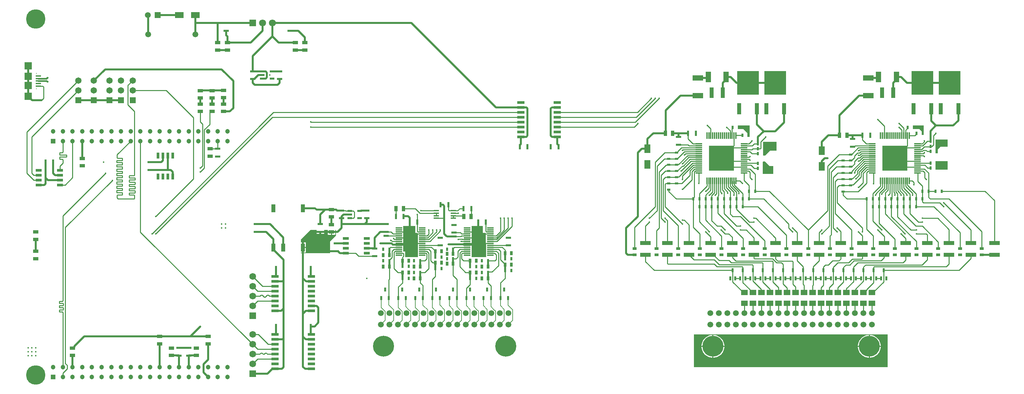
<source format=gtl>
G04*
G04 #@! TF.GenerationSoftware,Altium Limited,Altium Designer,23.11.1 (41)*
G04*
G04 Layer_Physical_Order=1*
G04 Layer_Color=255*
%FSLAX25Y25*%
%MOIN*%
G70*
G04*
G04 #@! TF.SameCoordinates,3E60C5BA-0C76-47EE-A8DA-6B49124F06CB*
G04*
G04*
G04 #@! TF.FilePolarity,Positive*
G04*
G01*
G75*
%ADD14C,0.01000*%
%ADD18R,0.06594X0.01181*%
%ADD19R,0.05315X0.01575*%
%ADD20R,0.07480X0.07480*%
%ADD21R,0.06102X0.02756*%
%ADD22R,0.02756X0.06102*%
%ADD23R,0.07677X0.02559*%
%ADD24R,0.02362X0.04134*%
%ADD25R,0.06102X0.08661*%
%ADD26R,0.01968X0.04134*%
%ADD27R,0.05709X0.03543*%
%ADD28R,0.06004X0.02559*%
%ADD29R,0.03543X0.05709*%
%ADD30R,0.10630X0.04331*%
%ADD31R,0.03937X0.03150*%
%ADD32R,0.03150X0.03937*%
%ADD33R,0.10630X0.05315*%
%ADD34R,0.05315X0.10630*%
%ADD35R,0.21850X0.24016*%
%ADD36R,0.03937X0.11221*%
%ADD37R,0.03937X0.08268*%
%ADD38R,0.05709X0.01772*%
%ADD39R,0.04724X0.02362*%
%ADD40R,0.07087X0.05197*%
%ADD41R,0.08661X0.06102*%
%ADD42R,0.02441X0.05787*%
%ADD43R,0.05787X0.02441*%
%ADD44R,0.03701X0.02126*%
%ADD45R,0.02126X0.03701*%
%ADD46R,0.04016X0.11102*%
%ADD47R,0.25591X0.25591*%
%ADD48R,0.01181X0.06594*%
%ADD96C,0.00591*%
%ADD97C,0.02016*%
%ADD98C,0.01500*%
%ADD99C,0.01512*%
%ADD100C,0.05965*%
%ADD101C,0.01083*%
%ADD102C,0.04724*%
%ADD103R,0.04724X0.04724*%
%ADD104R,0.07087X0.07087*%
%ADD105C,0.07087*%
%ADD106C,0.06791*%
%ADD107R,0.06791X0.06791*%
%ADD108C,0.06496*%
%ADD109R,0.06496X0.06496*%
%ADD110C,0.21260*%
%ADD111C,0.05906*%
%ADD112R,0.05906X0.05906*%
%ADD113C,0.19685*%
%ADD114C,0.01772*%
G36*
X918779Y259961D02*
X916654D01*
X916654Y263661D01*
X914449Y265866D01*
X907598D01*
Y269567D01*
X918779D01*
Y259961D01*
D02*
G37*
G36*
X741732Y257874D02*
X739370D01*
Y261811D01*
X735315Y265866D01*
X729646D01*
Y269567D01*
X741732D01*
Y257874D01*
D02*
G37*
G36*
X942913Y255387D02*
Y248031D01*
X935827D01*
X932953Y245158D01*
Y241457D01*
X930827D01*
Y255394D01*
X942416D01*
X942913Y255387D01*
D02*
G37*
G36*
X768780Y253031D02*
X768898Y252983D01*
Y244094D01*
X762362D01*
X757362Y239094D01*
X755236D01*
Y253031D01*
X768780D01*
D02*
G37*
G36*
X942913Y224576D02*
X942795Y224528D01*
X930827D01*
Y233335D01*
X930835Y233338D01*
X942913D01*
Y224576D01*
D02*
G37*
G36*
X761969Y228346D02*
X765748D01*
Y220472D01*
X755118D01*
Y232835D01*
X755236Y232953D01*
X757362D01*
X761969Y228346D01*
D02*
G37*
G36*
X320866Y157480D02*
X314961Y151575D01*
Y139764D01*
X285433D01*
Y140339D01*
X286902D01*
Y145473D01*
Y150606D01*
X285433D01*
Y153543D01*
X295276Y163386D01*
X301224D01*
Y161917D01*
X305118D01*
X309012D01*
Y163386D01*
X312642D01*
Y161721D01*
X316496D01*
X320350D01*
Y163386D01*
X320866D01*
Y157480D01*
D02*
G37*
G36*
X470472Y160236D02*
X473126D01*
X473473Y160004D01*
X473476Y160004D01*
X473805Y139610D01*
Y136205D01*
X473514Y135831D01*
X473510Y135827D01*
X458906D01*
Y147244D01*
X458478D01*
Y147260D01*
X450394D01*
Y149984D01*
X458478D01*
Y150000D01*
X458906D01*
Y167323D01*
X470472D01*
Y160236D01*
D02*
G37*
G36*
X401575D02*
X403441D01*
X403788Y160004D01*
X404331Y159896D01*
Y135827D01*
X391339D01*
Y141339D01*
X389370D01*
Y147047D01*
X389187D01*
Y147260D01*
Y147260D01*
X384890D01*
Y148138D01*
X389187D01*
Y149106D01*
X384890D01*
Y149984D01*
X389187D01*
Y149984D01*
Y150197D01*
X389370D01*
Y167323D01*
X401575D01*
Y160236D01*
D02*
G37*
G36*
X881890Y23622D02*
X685039D01*
Y57087D01*
X881890D01*
Y23622D01*
D02*
G37*
%LPC*%
G36*
X309012Y160917D02*
X305618D01*
Y159197D01*
X309012D01*
Y160917D01*
D02*
G37*
G36*
X304618D02*
X301224D01*
Y159197D01*
X304618D01*
Y160917D01*
D02*
G37*
G36*
X320350Y160721D02*
X316996D01*
Y158449D01*
X320350D01*
Y160721D01*
D02*
G37*
G36*
X315996D02*
X312642D01*
Y158449D01*
X315996D01*
Y160721D01*
D02*
G37*
G36*
X290370Y150606D02*
X287902D01*
Y145973D01*
X290370D01*
Y150606D01*
D02*
G37*
G36*
Y144973D02*
X287902D01*
Y140339D01*
X290370D01*
Y144973D01*
D02*
G37*
G36*
X864301Y56512D02*
X863886D01*
Y45382D01*
X875016D01*
Y45797D01*
X874729Y47605D01*
X874164Y49346D01*
X873333Y50977D01*
X872257Y52458D01*
X870962Y53753D01*
X869481Y54829D01*
X867850Y55660D01*
X866109Y56225D01*
X864301Y56512D01*
D02*
G37*
G36*
X862886D02*
X862471D01*
X860662Y56225D01*
X858922Y55660D01*
X857290Y54829D01*
X855809Y53753D01*
X854515Y52458D01*
X853439Y50977D01*
X852608Y49346D01*
X852042Y47605D01*
X851756Y45797D01*
Y45382D01*
X862886D01*
Y56512D01*
D02*
G37*
G36*
X705246D02*
X704831D01*
Y45382D01*
X715961D01*
Y45797D01*
X715674Y47605D01*
X715109Y49346D01*
X714278Y50977D01*
X713202Y52458D01*
X711907Y53753D01*
X710426Y54829D01*
X708795Y55660D01*
X707054Y56225D01*
X705246Y56512D01*
D02*
G37*
G36*
X703831D02*
X703415D01*
X701607Y56225D01*
X699866Y55660D01*
X698235Y54829D01*
X696754Y53753D01*
X695460Y52458D01*
X694384Y50977D01*
X693553Y49346D01*
X692987Y47605D01*
X692701Y45797D01*
Y45382D01*
X703831D01*
Y56512D01*
D02*
G37*
G36*
X875016Y44382D02*
X863886D01*
Y33252D01*
X864301D01*
X866109Y33538D01*
X867850Y34104D01*
X869481Y34935D01*
X870962Y36011D01*
X872257Y37306D01*
X873333Y38787D01*
X874164Y40418D01*
X874729Y42158D01*
X875016Y43967D01*
Y44382D01*
D02*
G37*
G36*
X862886D02*
X851756D01*
Y43967D01*
X852042Y42158D01*
X852608Y40418D01*
X853439Y38787D01*
X854515Y37306D01*
X855809Y36011D01*
X857290Y34935D01*
X858922Y34104D01*
X860662Y33538D01*
X862471Y33252D01*
X862886D01*
Y44382D01*
D02*
G37*
G36*
X715961Y44382D02*
X704831D01*
Y33252D01*
X705246D01*
X707054Y33538D01*
X708795Y34104D01*
X710426Y34935D01*
X711907Y36011D01*
X713202Y37306D01*
X714278Y38787D01*
X715109Y40418D01*
X715674Y42158D01*
X715961Y43967D01*
Y44382D01*
D02*
G37*
G36*
X703831D02*
X692701D01*
Y43967D01*
X692987Y42158D01*
X693553Y40418D01*
X694384Y38787D01*
X695460Y37306D01*
X696754Y36011D01*
X698235Y34935D01*
X699866Y34104D01*
X701607Y33538D01*
X703415Y33252D01*
X703831D01*
Y44382D01*
D02*
G37*
%LPD*%
D14*
X384890Y148425D02*
Y149606D01*
X43307Y242529D02*
Y244197D01*
X42721Y241943D02*
X43307Y242529D01*
X40128Y241943D02*
X42721D01*
X39910Y241725D02*
X40128Y241943D01*
X39910Y239980D02*
Y241725D01*
Y239980D02*
X40128Y239762D01*
X46653D01*
X46871Y239544D01*
Y237799D02*
Y239544D01*
X46653Y237581D02*
X46871Y237799D01*
X40128Y237581D02*
X46653D01*
X39910Y237363D02*
X40128Y237581D01*
X39910Y235618D02*
Y237363D01*
Y235618D02*
X40128Y235400D01*
X42721D01*
X43307Y234814D01*
Y234314D02*
Y234814D01*
Y244197D02*
Y253780D01*
X53150Y216535D02*
Y253780D01*
X45650Y209035D02*
X53150Y216535D01*
X40256Y209035D02*
X45650D01*
X43307Y231319D02*
Y234314D01*
X116142Y221831D02*
Y283858D01*
Y196850D02*
Y198349D01*
X115556Y198935D02*
X116142Y198349D01*
X110866Y198935D02*
X115556D01*
X110648Y199153D02*
X110866Y198935D01*
X110648Y199153D02*
Y200898D01*
X110866Y201116D01*
X116302D01*
X116520Y201334D01*
Y203079D01*
X116302Y203297D02*
X116520Y203079D01*
X110866Y203297D02*
X116302D01*
X110648Y203515D02*
X110866Y203297D01*
X110648Y203515D02*
Y205260D01*
X110866Y205478D01*
X116302D01*
X116520Y205696D01*
Y207441D01*
X116302Y207659D02*
X116520Y207441D01*
X110866Y207659D02*
X116302D01*
X110648Y207877D02*
X110866Y207659D01*
X110648Y207877D02*
Y209622D01*
X110866Y209840D01*
X116302D01*
X116520Y210058D01*
Y211803D01*
X116302Y212021D02*
X116520Y211803D01*
X110866Y212021D02*
X116302D01*
X110648Y212239D02*
X110866Y212021D01*
X110648Y212239D02*
Y213984D01*
X110866Y214202D01*
X116302D01*
X116520Y214421D01*
Y216165D01*
X116302Y216384D02*
X116520Y216165D01*
X110866Y216384D02*
X116302D01*
X110648Y216602D02*
X110866Y216384D01*
X110648Y216602D02*
Y218347D01*
X110866Y218565D01*
X115556D01*
X116142Y219150D01*
Y221831D01*
X98425Y236834D02*
Y238080D01*
Y236834D02*
X99011Y236248D01*
X103582D01*
X103800Y236030D01*
Y234285D02*
Y236030D01*
X103582Y234067D02*
X103800Y234285D01*
X98061Y234067D02*
X103582D01*
X97842Y233849D02*
X98061Y234067D01*
X97842Y232104D02*
Y233849D01*
Y232104D02*
X98061Y231886D01*
X103582D01*
X103800Y231667D01*
Y229923D02*
Y231667D01*
X103582Y229704D02*
X103800Y229923D01*
X98061Y229704D02*
X103582D01*
X97842Y229486D02*
X98061Y229704D01*
X97842Y227742D02*
Y229486D01*
Y227742D02*
X98061Y227523D01*
X103582D01*
X103800Y227305D01*
Y225560D02*
Y227305D01*
X103582Y225342D02*
X103800Y225560D01*
X98061Y225342D02*
X103582D01*
X97842Y225124D02*
X98061Y225342D01*
X97842Y223379D02*
Y225124D01*
Y223379D02*
X98061Y223161D01*
X103582D01*
X103800Y222943D01*
Y221198D02*
Y222943D01*
X103582Y220980D02*
X103800Y221198D01*
X98061Y220980D02*
X103582D01*
X97842Y220762D02*
X98061Y220980D01*
X97842Y219017D02*
Y220762D01*
Y219017D02*
X98061Y218799D01*
X103582D01*
X103800Y218581D01*
Y216836D02*
Y218581D01*
X103582Y216618D02*
X103800Y216836D01*
X98061Y216618D02*
X103582D01*
X97842Y216400D02*
X98061Y216618D01*
X97842Y214655D02*
Y216400D01*
Y214655D02*
X98061Y214437D01*
X103582D01*
X103800Y214219D01*
Y212474D02*
Y214219D01*
X103582Y212256D02*
X103800Y212474D01*
X98061Y212256D02*
X103582D01*
X97842Y212038D02*
X98061Y212256D01*
X97842Y210293D02*
Y212038D01*
Y210293D02*
X98061Y210075D01*
X103582D01*
X103800Y209857D01*
Y208112D02*
Y209857D01*
X103582Y207893D02*
X103800Y208112D01*
X98061Y207893D02*
X103582D01*
X97842Y207675D02*
X98061Y207893D01*
X97842Y205930D02*
Y207675D01*
Y205930D02*
X98061Y205712D01*
X103582D01*
X103800Y205494D01*
Y203749D02*
Y205494D01*
X103582Y203531D02*
X103800Y203749D01*
X98061Y203531D02*
X103582D01*
X97842Y203313D02*
X98061Y203531D01*
X97842Y201568D02*
Y203313D01*
Y201568D02*
X98061Y201350D01*
X103582D01*
X103800Y201132D01*
Y199387D02*
Y201132D01*
X103582Y199169D02*
X103800Y199387D01*
X99011Y199169D02*
X103582D01*
X98425Y198583D02*
X99011Y199169D01*
X98425Y195902D02*
Y198583D01*
X116142Y195468D02*
Y196850D01*
X98425Y238080D02*
Y240000D01*
Y195861D02*
X99405Y194882D01*
X115556D02*
X116142Y195468D01*
X99405Y194882D02*
X115556D01*
X98425Y195861D02*
Y195902D01*
X175984Y215354D02*
Y277559D01*
X137795Y177165D02*
X175984Y215354D01*
X256437Y278091D02*
X508957D01*
X137795Y159449D02*
X256437Y278091D01*
X257500Y283090D02*
X508957D01*
X133858Y159449D02*
X257500Y283090D01*
X122047Y161043D02*
X236221Y46870D01*
X122047Y161043D02*
Y253780D01*
X43307Y91363D02*
Y92520D01*
X42721Y90777D02*
X43307Y91363D01*
X40018Y90777D02*
X42721D01*
X39800Y90559D02*
X40018Y90777D01*
X39800Y88814D02*
Y90559D01*
Y88814D02*
X40018Y88596D01*
X43369D01*
X43587Y88378D01*
Y86633D02*
Y88378D01*
X43369Y86415D02*
X43587Y86633D01*
X40018Y86415D02*
X43369D01*
X39800Y86197D02*
X40018Y86415D01*
X39800Y84452D02*
Y86197D01*
Y84452D02*
X40018Y84234D01*
X43369D01*
X43587Y84016D01*
Y82271D02*
Y84016D01*
X43369Y82053D02*
X43587Y82271D01*
X40018Y82053D02*
X43369D01*
X39800Y81835D02*
X40018Y82053D01*
X39800Y80090D02*
Y81835D01*
Y80090D02*
X40018Y79871D01*
X42721D01*
X43307Y79286D01*
Y78786D02*
Y79286D01*
Y23779D02*
Y78786D01*
Y92520D02*
Y177559D01*
X185433Y228740D02*
Y270968D01*
X183071Y226378D02*
X185433Y228740D01*
X187008Y226378D02*
Y265304D01*
X183071Y222441D02*
X187008Y226378D01*
X183071Y273330D02*
X185433Y270968D01*
X187008Y265304D02*
X192528Y270824D01*
X183071Y273330D02*
Y283858D01*
X192528Y270824D02*
Y282587D01*
X193799Y283858D01*
X194882D01*
X109425Y290575D02*
X116142Y283858D01*
X109425Y290575D02*
Y310528D01*
X114173Y315276D01*
Y305276D02*
X148268D01*
X175984Y277559D01*
X98425Y240000D02*
X112205Y253780D01*
X43307Y177559D02*
X86614Y220866D01*
X45823Y165933D02*
X93685Y213795D01*
X43307Y17599D02*
X47677Y21969D01*
X43307Y13780D02*
Y17599D01*
X45823Y27444D02*
Y165933D01*
Y27444D02*
X47677Y25590D01*
Y21969D02*
Y25590D01*
X40256Y228268D02*
X43307Y231319D01*
X40256Y224035D02*
Y228268D01*
X6811Y263032D02*
X59055Y315276D01*
X6811Y221004D02*
Y263032D01*
X11811Y258032D02*
X59055Y305276D01*
X11811Y221004D02*
Y258032D01*
X200787Y246063D02*
Y253780D01*
X200787Y246063D02*
X200787Y246063D01*
X192913Y245866D02*
X193110Y246063D01*
X200787D01*
X13780Y214035D02*
X18799D01*
X6811Y221004D02*
X13780Y214035D01*
Y219035D02*
X18799D01*
X11811Y221004D02*
X13780Y219035D01*
X21654Y295276D02*
X23622Y297244D01*
Y309055D01*
X236221Y46870D02*
X241220Y41870D01*
X102362Y263779D02*
X102912Y263230D01*
X236221Y115925D02*
X246220Y105925D01*
X258957D01*
X236221Y56870D02*
X241955D01*
X251955Y46870D01*
X258957D01*
X295344Y273160D02*
X508888D01*
X508957Y273091D01*
X295276Y273228D02*
X295344Y273160D01*
X295276Y268091D02*
X508957Y268091D01*
X546775Y283071D02*
X627559D01*
X625433Y273071D02*
X649606Y297244D01*
X546775Y278071D02*
X626496D01*
X645669Y297244D01*
X546775Y268071D02*
X624370D01*
X627953Y271654D01*
X627559Y283071D02*
X641732Y297244D01*
X546775Y273071D02*
X625433D01*
X241220Y41870D02*
X258957D01*
X912354Y241142D02*
X918307D01*
X919291Y242126D01*
X912354Y239173D02*
X918307D01*
X919291Y238189D01*
X916429Y245169D02*
X919291Y248031D01*
X912445Y243201D02*
X916992D01*
X918303Y244512D02*
X921063D01*
X916992Y243201D02*
X918303Y244512D01*
X921063D02*
X922268Y243307D01*
X912354Y243110D02*
X912445Y243201D01*
X922268Y243307D02*
X925591D01*
X912445Y245169D02*
X916429D01*
X912354Y245079D02*
X912445Y245169D01*
X919291Y248031D02*
X925197D01*
X922272Y253543D02*
X925591D01*
X917744Y249016D02*
X922272Y253543D01*
X912354Y249016D02*
X917744D01*
X735976Y237205D02*
X741142D01*
X742126Y238189D01*
X741142Y235236D02*
X742126Y234252D01*
X735976Y235236D02*
X741142D01*
X236221Y95925D02*
X243134D01*
X253422D02*
X253937D01*
X252284Y97064D02*
X253422Y95925D01*
X251103Y97064D02*
X252284D01*
X249119Y95079D02*
X251103Y97064D01*
X247937Y95079D02*
X249119D01*
X245953Y97064D02*
X247937Y95079D01*
X244772Y97064D02*
X245953D01*
X243634Y95925D02*
X244772Y97064D01*
X243134Y95925D02*
X243634D01*
X253937D02*
X258957D01*
X241220Y90925D02*
X258957D01*
X236221Y85925D02*
X241220Y90925D01*
X236221Y105925D02*
X241220Y100925D01*
X258957D01*
X251307Y36870D02*
X251969D01*
X250084Y38094D02*
X251307Y36870D01*
X249084Y38094D02*
X250084D01*
X247860Y36870D02*
X249084Y38094D01*
X246860Y36870D02*
X247860D01*
X245637Y38094D02*
X246860Y36870D01*
X244637Y38094D02*
X245637D01*
X243413Y36870D02*
X244637Y38094D01*
X242913Y36870D02*
X243413D01*
X236221D02*
X242913D01*
X251969D02*
X258957D01*
X241220Y31870D02*
X258957D01*
X236221Y26870D02*
X241220Y31870D01*
X445276Y153543D02*
X445484D01*
X449413Y154055D02*
X449835Y153634D01*
X448425Y151670D02*
X448473Y151622D01*
X454134D02*
X454181Y151575D01*
X448473Y151622D02*
X454134D01*
X449835Y153634D02*
X454090D01*
X445484Y153543D02*
X445997Y154055D01*
X449413D01*
X454090Y153634D02*
X454181Y153543D01*
X407529Y183022D02*
X423030D01*
X407480Y183071D02*
X407529Y183022D01*
X703150Y198488D02*
X706102Y201441D01*
X707980Y200368D02*
Y213146D01*
X706693Y199081D02*
X707980Y200368D01*
X706693Y198819D02*
Y199081D01*
X703150Y194882D02*
Y198488D01*
X706102Y201441D02*
Y213236D01*
X700787Y198819D02*
X704134Y202165D01*
Y213236D01*
X709449Y187008D02*
Y197789D01*
Y180315D02*
Y187008D01*
Y197789D02*
X710047Y198387D01*
Y204409D01*
X712008Y202034D02*
X713386Y200656D01*
X712008Y202034D02*
Y213236D01*
X713386Y200394D02*
Y200656D01*
X713992Y204118D02*
Y213221D01*
Y204118D02*
X715748Y202362D01*
Y194882D02*
Y202362D01*
X719125Y200954D02*
X719291Y200787D01*
X719125Y200954D02*
Y202135D01*
X715945Y205315D02*
X719125Y202135D01*
X715945Y205315D02*
Y213236D01*
X717913Y206496D02*
X722047Y202362D01*
Y194882D02*
Y202362D01*
Y187008D02*
Y194882D01*
X717913Y206496D02*
Y213236D01*
X723910Y208602D02*
X730523Y201988D01*
X725591Y198819D02*
Y201760D01*
X722047Y179528D02*
Y187008D01*
X730523Y200579D02*
X730709Y200394D01*
X725878Y209161D02*
X734646Y200394D01*
X730523Y200579D02*
Y201988D01*
X725787Y213236D02*
X725878Y213146D01*
X723910Y208602D02*
Y213146D01*
X725878Y209161D02*
Y213146D01*
X719882Y207468D02*
X725591Y201760D01*
X728346Y194882D02*
Y201531D01*
X721850Y208028D02*
Y213236D01*
X719882Y207468D02*
Y213236D01*
X721850Y208028D02*
X728346Y201531D01*
X723819Y213236D02*
X723910Y213146D01*
X734646Y194882D02*
Y200394D01*
X866295Y231209D02*
X866386Y231299D01*
X848610Y223414D02*
X858465Y233268D01*
X848610Y221445D02*
Y223414D01*
X851181Y223228D02*
X859161Y231209D01*
X845051Y215524D02*
X846232D01*
X848425Y221260D02*
X848610Y221445D01*
X846232Y215524D02*
X851181Y220472D01*
Y223228D01*
X844488Y214961D02*
X845051Y215524D01*
X859161Y231209D02*
X866295D01*
X855118Y217323D02*
Y221654D01*
X847020Y209224D02*
X855118Y217323D01*
X845051Y209224D02*
X847020D01*
X849606Y215354D02*
X853150Y218898D01*
Y222441D01*
X857087Y211417D02*
Y220866D01*
X852362Y206693D02*
X857087Y211417D01*
X852547Y233650D02*
X853335D01*
X852362Y233465D02*
X852547Y233650D01*
X853335D02*
X856890Y237205D01*
X848425Y233071D02*
X851962Y236607D01*
X853536D01*
X848425Y230709D02*
Y233071D01*
X869685Y198819D02*
X869851Y198985D01*
Y200166D01*
X876575Y206890D01*
Y213236D01*
Y213329D01*
X882480Y204134D02*
Y213236D01*
X879528Y187008D02*
Y194882D01*
X873228D02*
X873565Y195218D01*
X875984Y199606D02*
X876132Y199754D01*
X879528Y201181D02*
X882480Y204134D01*
X879528Y194882D02*
Y201181D01*
X880512Y213236D02*
Y214121D01*
X873228Y186726D02*
Y194882D01*
X878543Y213236D02*
Y213737D01*
X876132Y199754D02*
Y200541D01*
X880512Y204921D01*
X873565Y200730D02*
X878543Y205709D01*
X873565Y195218D02*
Y200730D01*
X878543Y205709D02*
Y213236D01*
X880512Y204921D02*
Y213236D01*
X884449Y200459D02*
Y213236D01*
X883071Y198819D02*
Y199081D01*
X884449Y200459D01*
X889185Y199004D02*
X889370Y198819D01*
X888386Y201606D02*
Y213236D01*
X889185Y199004D02*
Y200807D01*
X888386Y201606D02*
X889185Y200807D01*
X892126Y194882D02*
Y200394D01*
X890354Y202165D02*
X892126Y200394D01*
Y187008D02*
Y194882D01*
X895484Y199004D02*
Y199792D01*
X893701Y201575D02*
X895484Y199792D01*
Y199004D02*
X895669Y198819D01*
X893701Y201575D02*
Y201575D01*
X892323Y202953D02*
X893701Y201575D01*
X898425Y194882D02*
Y199441D01*
X894291Y203575D02*
X898425Y199441D01*
X894291Y203575D02*
Y213236D01*
X896260Y204921D02*
Y213236D01*
X901390Y199004D02*
X901575Y198819D01*
X901390Y199004D02*
Y199792D01*
X896260Y204921D02*
X901390Y199792D01*
X898425Y187008D02*
Y194882D01*
Y187008D02*
X898425Y187008D01*
X898425Y194882D02*
X898425Y194882D01*
X907295Y199004D02*
Y200579D01*
X900197Y207677D02*
X907295Y200579D01*
Y199004D02*
X907480Y198819D01*
X919685Y216404D02*
Y221654D01*
X921260Y214567D02*
Y214829D01*
X919685Y216404D02*
X921260Y214829D01*
X918004Y223335D02*
X919685Y221654D01*
X923622Y202756D02*
Y221260D01*
X919488Y225394D02*
X923622Y221260D01*
Y202756D02*
X924016D01*
X930709D01*
X848454Y237036D02*
Y238674D01*
X851421Y241642D01*
X845276Y240158D02*
X845839Y240721D01*
X854653Y243110D02*
X866386D01*
X852540Y244063D02*
X853555Y245079D01*
X845839Y240721D02*
X852165Y247047D01*
X845839Y240721D02*
Y240721D01*
X853185Y241642D02*
X854653Y243110D01*
X851421Y241642D02*
X853185D01*
X852394Y244063D02*
X852540D01*
X832677Y240158D02*
X845276D01*
X852362Y239370D02*
X852510Y239518D01*
X853691D01*
X855315Y241142D01*
X866386D01*
X853536Y236607D02*
X856102Y239173D01*
X852165Y247047D02*
X866386D01*
X856102Y239173D02*
X866386D01*
X674081Y245079D02*
X690008D01*
X673490Y244488D02*
X674081Y245079D01*
X673228Y244488D02*
X673490D01*
X668673Y242689D02*
Y243476D01*
X672244Y247047D01*
X668110Y242126D02*
X668673Y242689D01*
X672244Y247047D02*
X690008D01*
X668110Y235827D02*
X668673Y236390D01*
Y236390D01*
X675394Y243110D02*
X690008D01*
X668673Y236390D02*
X675394Y243110D01*
X667323Y242126D02*
X668110D01*
X659449Y235827D02*
X668110D01*
X655466Y242126D02*
X667323D01*
X675425Y239783D02*
X676784Y241142D01*
X675425Y239535D02*
Y239783D01*
X667886Y230090D02*
X669461D01*
X678543Y239173D02*
X690008D01*
X659449Y229528D02*
X667323D01*
X667886Y230090D01*
X669461D02*
X678543Y239173D01*
X676784Y241142D02*
X690008D01*
X673260Y230677D02*
Y230740D01*
X679724Y237205D01*
X681032Y235236D02*
X690008D01*
X674201Y228405D02*
X681032Y235236D01*
X668110Y223228D02*
X673287Y228405D01*
X659449Y223228D02*
X668110D01*
X673287Y228405D02*
X674201D01*
X667856Y217462D02*
X669824D01*
X667323Y216929D02*
X667856Y217462D01*
X669824D02*
X683661Y231299D01*
X673228Y218276D02*
X684283Y229331D01*
X690008D01*
X672047Y223228D02*
X682087Y233268D01*
X683661Y231299D02*
X690008D01*
X673228Y214567D02*
Y218276D01*
X440451Y180364D02*
X445226D01*
X440402Y180413D02*
X440451Y180364D01*
X445226D02*
X445276Y180315D01*
X389567Y185039D02*
X401575D01*
X406201Y180413D02*
X423079D01*
X401575Y185039D02*
X406201Y180413D01*
X423030Y183022D02*
X423079Y182972D01*
X444783D02*
X446850Y185039D01*
X435925Y182972D02*
X444783D01*
X435267Y183631D02*
Y188999D01*
Y183631D02*
X435925Y182972D01*
X712992Y236221D02*
X723819Y247047D01*
X866142Y99567D02*
X867087D01*
X743937D02*
X744882D01*
X735276D02*
X736221D01*
X911826Y223335D02*
X918004D01*
X911024Y186996D02*
X929146D01*
X886417Y194882D02*
Y213236D01*
X696850Y173228D02*
Y194882D01*
X720866Y228346D02*
X721850Y227362D01*
X715945Y233268D02*
X720866Y228346D01*
X857480Y122244D02*
Y125591D01*
Y111417D02*
Y122244D01*
X847244D02*
Y125591D01*
Y110630D02*
Y122244D01*
X840158Y99587D02*
Y103543D01*
Y99567D02*
Y99587D01*
X805512D02*
Y106693D01*
Y99567D02*
Y99587D01*
X796850D02*
Y107087D01*
Y99567D02*
Y99587D01*
X770866D02*
Y104724D01*
Y99567D02*
Y99587D01*
X762205D02*
Y103150D01*
Y99567D02*
Y99587D01*
X734646Y122244D02*
Y125399D01*
Y109803D02*
Y122244D01*
X904134Y213236D02*
X906843D01*
X904043D02*
X904134D01*
X912354Y225394D02*
X919488D01*
X911141D02*
X912354D01*
X911024Y187008D02*
Y194882D01*
Y186996D02*
Y187008D01*
X874606Y213236D02*
Y213261D01*
Y208071D02*
Y213236D01*
X866929Y187008D02*
Y194882D01*
Y172441D02*
Y187008D01*
X413779Y157480D02*
X415354Y159055D01*
X408811Y157480D02*
X413779D01*
X415354Y159055D02*
Y163386D01*
X427165Y162205D02*
Y163386D01*
X416535Y151575D02*
X427165Y162205D01*
X408811Y151575D02*
X416535D01*
X415354Y153543D02*
X423228Y161417D01*
Y163386D01*
X408811Y153543D02*
X415354D01*
X419291Y160630D02*
Y163386D01*
X408811Y155512D02*
X414173D01*
X419291Y160630D01*
X403543Y179134D02*
X403665Y179012D01*
Y171382D02*
Y179012D01*
Y171382D02*
X403787Y171260D01*
Y162003D02*
Y171260D01*
Y162003D02*
X404373Y161417D01*
X496063Y165201D02*
Y175197D01*
X488189Y161811D02*
Y175197D01*
X478102Y157480D02*
X483858D01*
X488189Y161811D01*
X484405Y153543D02*
X496063Y165201D01*
X478102Y153543D02*
X484405D01*
X484558Y151575D02*
X500000Y167017D01*
X484252Y155512D02*
X492126Y163386D01*
X478102Y151575D02*
X484558D01*
X478102Y155512D02*
X484252D01*
X500000Y167017D02*
Y175197D01*
X492126Y163386D02*
Y175197D01*
X667323Y216929D02*
X667323Y216929D01*
X659449Y216929D02*
X667323D01*
X659440Y229519D02*
X659449Y229528D01*
Y235827D02*
X659449Y235827D01*
X864173Y259842D02*
X864733Y259283D01*
X897244Y236221D02*
X900197Y233268D01*
X912354D01*
X897244Y244094D02*
X900197Y247047D01*
X889370Y236221D02*
X892323Y233268D01*
X897244Y228346D02*
X898228Y227362D01*
X912354D01*
X814961Y227953D02*
X815087Y228080D01*
X627953Y271654D02*
X627953D01*
X698819Y269685D02*
X702165Y266339D01*
Y259205D02*
Y266339D01*
X878543Y259205D02*
Y269094D01*
X872047Y275590D02*
X878543Y269094D01*
X649606Y297244D02*
X649606D01*
X893701Y267717D02*
X896260Y265158D01*
Y259205D02*
Y265158D01*
X893701Y271654D02*
X898228Y267126D01*
Y259205D02*
Y267126D01*
X900197Y264764D02*
X902362Y266929D01*
X900197Y259205D02*
Y264764D01*
X928740Y259449D02*
X931102Y261811D01*
X928740Y250000D02*
Y259449D01*
X927165Y248425D02*
X928740Y250000D01*
X718504Y267717D02*
X721850Y264370D01*
Y259205D02*
Y264370D01*
X753150Y253150D02*
X757874Y257874D01*
X753150Y246649D02*
Y253150D01*
X750000Y246063D02*
X752564D01*
X753150Y246649D01*
X723819Y247047D02*
X725787Y249016D01*
Y259205D01*
X712992Y236221D02*
X715945Y233268D01*
X721850Y227362D02*
X735976D01*
X715945Y233268D02*
X735976D01*
X820866Y183071D02*
Y228346D01*
X801181Y163386D02*
X820866Y183071D01*
X824803Y222441D02*
X829921Y227559D01*
X826772Y165354D02*
X830709Y161417D01*
X828740Y212598D02*
X831102Y214961D01*
X823228Y157087D02*
X824803Y158661D01*
Y222441D01*
X828740Y179921D02*
X845276Y163386D01*
X826772Y165354D02*
Y216535D01*
X820866Y228346D02*
X832677Y240158D01*
X828740Y179921D02*
Y212598D01*
X822835Y225197D02*
X831496Y233858D01*
X814961Y159449D02*
X822835Y167323D01*
Y225197D01*
X826772Y216535D02*
X831496Y221260D01*
X761811Y202756D02*
X801181Y163386D01*
X830709Y206693D02*
X832677Y208661D01*
X830709Y190945D02*
X856299Y165354D01*
X830709Y190945D02*
Y206693D01*
X645669Y187008D02*
Y232330D01*
X624803Y166142D02*
X645669Y187008D01*
X624803Y144488D02*
Y166142D01*
X645669Y232330D02*
X655466Y242126D01*
X647638Y228346D02*
X655118Y235827D01*
X647638Y183071D02*
Y228346D01*
X655118Y235827D02*
X659449D01*
X649606Y165354D02*
Y222441D01*
X656684Y229519D02*
X659440D01*
X649606Y222441D02*
X656684Y229519D01*
X639764Y175197D02*
X647638Y183071D01*
X635827Y167323D02*
X639764Y171260D01*
X635827Y150000D02*
Y167323D01*
X646850Y162598D02*
X649606Y165354D01*
X646850Y144488D02*
Y162598D01*
X655512Y175197D02*
X657874Y172835D01*
Y150000D02*
Y172835D01*
X651575Y175197D02*
X655512Y171260D01*
X651575Y175197D02*
Y218898D01*
X655905Y223228D01*
X659449D01*
X673228Y173228D02*
X675197D01*
X679921Y150000D02*
Y168504D01*
X675197Y173228D02*
X679921Y168504D01*
X655512Y187008D02*
X673228Y169291D01*
X659449Y210630D02*
X659449Y210630D01*
X656299Y210630D02*
X659449D01*
X655512Y209842D02*
X656299Y210630D01*
X655512Y187008D02*
Y209842D01*
X653543Y183071D02*
Y214567D01*
X668898Y144488D02*
Y167717D01*
X653543Y183071D02*
X668898Y167717D01*
X750000Y187008D02*
X779134Y157874D01*
X734646Y187008D02*
X750000D01*
X779134Y144488D02*
Y157874D01*
X755905Y194882D02*
X781496Y169291D01*
X740945Y194882D02*
X755905D01*
X781496Y165354D02*
Y169291D01*
X790158Y150000D02*
Y160630D01*
X785433Y165354D02*
X790158Y160630D01*
X781496Y165354D02*
X785433Y161417D01*
X746063Y150000D02*
Y155512D01*
X732283Y163386D02*
X738189D01*
X746063Y155512D01*
X728346Y167323D02*
X732283D01*
X715748Y179921D02*
X728346Y167323D01*
X715748Y179921D02*
Y187008D01*
X712598Y167323D02*
X716535Y163386D01*
X703150Y172835D02*
X708661Y167323D01*
X712598D01*
X690551Y171653D02*
X700787Y161417D01*
X690551Y171653D02*
Y187008D01*
X696850Y161417D02*
X701968Y156299D01*
Y150000D02*
Y156299D01*
X703150Y172835D02*
Y187008D01*
Y194882D01*
X712598Y163386D02*
X716535Y159449D01*
X709449Y180315D02*
X735039Y154724D01*
Y144488D02*
Y154724D01*
X720472Y159449D02*
X724016Y155905D01*
X716535Y159449D02*
X720472D01*
X724016Y150000D02*
Y155905D01*
X712992Y144488D02*
Y157087D01*
X696850Y173228D02*
X712992Y157087D01*
X690551Y187008D02*
Y194882D01*
X728346Y187008D02*
X728355Y186999D01*
Y184243D02*
X741339Y171260D01*
X746063D01*
X728355Y184243D02*
Y186999D01*
X724409Y177165D02*
X732283D01*
X722047Y179528D02*
X724409Y177165D01*
X732283D02*
X757087Y152362D01*
X768110Y150000D02*
Y155118D01*
X748032Y175197D02*
X768110Y155118D01*
X746063Y175197D02*
X748032D01*
X747244Y202756D02*
X761811D01*
X655905Y216929D02*
X659449D01*
X653543Y214567D02*
X655905Y216929D01*
X684252Y166142D02*
Y194882D01*
Y166142D02*
X690945Y159449D01*
Y144488D02*
Y159449D01*
X757087Y144488D02*
Y152362D01*
X812205Y150000D02*
Y160630D01*
X814961Y163386D01*
X830709Y165354D02*
X834252Y161811D01*
Y150000D02*
Y161811D01*
X801181Y144488D02*
Y163386D01*
X844488Y233858D02*
X845276D01*
X836614D02*
X844488D01*
X831496Y233858D02*
X836614D01*
X829921Y227559D02*
X836614D01*
X823228Y144488D02*
Y157087D01*
X831496Y221260D02*
X836614D01*
X844488D02*
X845049D01*
X836614D02*
X844488D01*
X831102Y214961D02*
X836614D01*
X845276Y144488D02*
Y163386D01*
X856299Y161417D02*
Y165354D01*
X852362Y161417D02*
X856299Y157480D01*
Y150000D02*
Y157480D01*
X840551Y194882D02*
X860630D01*
X836614Y198819D02*
Y202362D01*
Y198819D02*
X840551Y194882D01*
X832677Y208661D02*
X836614D01*
X925591Y248425D02*
X927165D01*
X925197Y248031D02*
X925591Y248425D01*
X698819Y318110D02*
X699606Y318898D01*
X919291Y253150D02*
Y253937D01*
X912354Y250984D02*
X917126D01*
X919291Y253150D01*
X856299Y255118D02*
Y259842D01*
Y255118D02*
X860433Y250984D01*
X866386D01*
X966535Y150000D02*
Y163386D01*
X938976Y190945D02*
X966535Y163386D01*
X935039Y190945D02*
X938976Y187008D01*
X918504Y190945D02*
X935039D01*
X917332Y192117D02*
X918504Y190945D01*
X933071Y175197D02*
X944488Y163779D01*
Y150000D02*
Y163779D01*
X917323Y175197D02*
X933071D01*
X913386Y171260D02*
X917323D01*
X904724Y179921D02*
Y187008D01*
Y179921D02*
X913386Y171260D01*
X921260Y159449D02*
X922441Y158268D01*
X911417Y159449D02*
X921260D01*
X922441Y150000D02*
Y158268D01*
X905512Y163386D02*
X911417D01*
X892126Y176772D02*
X905512Y163386D01*
X917323Y167323D02*
X933465Y151181D01*
X910630Y167323D02*
X917323D01*
X933465Y144488D02*
Y151181D01*
X898425Y179528D02*
X910630Y167323D01*
X898425Y179528D02*
Y187008D01*
X892126Y176772D02*
Y187008D01*
X879527Y179528D02*
X899606Y159449D01*
X879527Y179528D02*
Y187008D01*
X911417Y144488D02*
Y151575D01*
X885827Y177165D02*
X911417Y151575D01*
X885827Y177165D02*
Y187008D01*
Y194882D01*
X873228Y170079D02*
Y187008D01*
X889370Y144488D02*
Y153937D01*
X873228Y170079D02*
X889370Y153937D01*
X866929Y172441D02*
X875984Y163386D01*
X895669Y159449D02*
X900394Y154724D01*
Y150000D02*
Y154724D01*
X878740Y150394D02*
Y156693D01*
X872047Y163386D02*
X878740Y156693D01*
X867323Y144488D02*
Y157480D01*
X860630Y164173D02*
Y194488D01*
Y164173D02*
X867323Y157480D01*
X955512Y144488D02*
Y160630D01*
X929146Y186996D02*
X955512Y160630D01*
X917332Y192117D02*
Y194873D01*
X917323Y194882D02*
Y202756D01*
X925197Y194882D02*
X944488D01*
X923622Y196457D02*
X925197Y194882D01*
X944488D02*
X977559Y161811D01*
X937008Y202756D02*
X981102D01*
X990551Y193307D01*
X923622Y196457D02*
Y202756D01*
X878347Y150000D02*
X878740Y150394D01*
X904724Y187008D02*
Y194882D01*
X860039Y113976D02*
X865158D01*
X870276D02*
X875394D01*
X849803D02*
X854921D01*
X839567D02*
X844685D01*
X829331D02*
X834449D01*
X819094D02*
X824213D01*
X726968D02*
X732087D01*
X734646Y109803D02*
X741839Y102610D01*
X737205Y113976D02*
X742323D01*
X747441D02*
X752559D01*
X757677D02*
X762795D01*
X767913D02*
X773032D01*
X778150D02*
X783268D01*
X788386D02*
X793504D01*
X808858D02*
X813976D01*
X798622D02*
X803740D01*
X635827Y131102D02*
Y138189D01*
Y131102D02*
X644685Y122244D01*
X724409D01*
X734060Y125984D02*
X734646Y125399D01*
X708268Y125984D02*
X734060D01*
X705512Y128740D02*
X708268Y125984D01*
X658460Y128740D02*
X705512D01*
X657874Y129326D02*
X658460Y128740D01*
X657874Y129326D02*
Y138189D01*
X705512Y133071D02*
X710630Y127953D01*
X685039Y133071D02*
X705512D01*
X710630Y127953D02*
X744296D01*
X679921Y138189D02*
X685039Y133071D01*
X744882Y111417D02*
Y122244D01*
Y127367D01*
X744296Y127953D02*
X744882Y127367D01*
X720620Y132283D02*
X722983Y129921D01*
X724339Y135109D02*
X727740Y131709D01*
X764556D02*
X765354Y130910D01*
X727740Y131709D02*
X764556D01*
X754532Y129921D02*
X755118Y129335D01*
X722983Y129921D02*
X754532D01*
X764961Y133858D02*
X768898Y129921D01*
X746063Y134444D02*
Y138189D01*
X746649Y133858D02*
X764961D01*
X746063Y134444D02*
X746649Y133858D01*
X706783Y136076D02*
X710576Y132283D01*
X720620D01*
X755118Y122244D02*
Y129335D01*
Y110236D02*
Y122244D01*
X701968Y138189D02*
X705118D01*
X706783Y136076D02*
Y136524D01*
X705118Y138189D02*
X706783Y136524D01*
X724016Y138189D02*
X724339Y137865D01*
Y135109D02*
Y137865D01*
X768110Y133796D02*
X770197Y131709D01*
X768898Y129921D02*
X774016D01*
X770197Y131709D02*
X785119D01*
X768110Y133796D02*
Y138189D01*
X765354Y122244D02*
Y130910D01*
Y110236D02*
Y122244D01*
X775591D02*
Y128347D01*
X785827Y122244D02*
Y131001D01*
X785119Y131709D02*
X785827Y131001D01*
X775591Y108268D02*
Y122244D01*
X774016Y129921D02*
X775591Y128347D01*
X785827Y107874D02*
Y122244D01*
X779528Y99587D02*
Y104331D01*
X788189Y99587D02*
Y105512D01*
X790158Y131890D02*
Y138189D01*
X796063Y122244D02*
Y125984D01*
X790158Y131890D02*
X796063Y125984D01*
X812205Y131890D02*
Y138189D01*
X806299Y122244D02*
Y125984D01*
X812205Y131890D01*
X866142Y78740D02*
Y88602D01*
X857480Y78740D02*
Y88602D01*
X848819Y78740D02*
Y88602D01*
X840158Y78740D02*
Y88602D01*
X831496Y78740D02*
Y88602D01*
X822835Y78740D02*
Y88602D01*
X822835Y88602D01*
X814173Y78740D02*
Y88602D01*
X805512Y78740D02*
Y88602D01*
X796850Y78740D02*
Y88602D01*
X788189Y78740D02*
Y88602D01*
X788189Y88602D01*
X779528Y78740D02*
Y88602D01*
X770866Y78740D02*
Y88602D01*
X762205Y78740D02*
Y88602D01*
X753543Y88602D02*
X753543Y88602D01*
X753543Y78740D02*
Y88602D01*
X744882Y78740D02*
Y88602D01*
X736221Y78740D02*
Y88602D01*
X825984Y131890D02*
X832283D01*
X834229Y133835D02*
Y138166D01*
X832283Y131890D02*
X834229Y133835D01*
X821721Y127627D02*
X825984Y131890D01*
X816535Y122244D02*
Y125591D01*
Y107087D02*
Y122244D01*
X818572Y127627D02*
X821721D01*
X816535Y125591D02*
X818572Y127627D01*
X814173Y99587D02*
Y104724D01*
Y99567D02*
Y99587D01*
X875191Y131884D02*
X878347Y135039D01*
X847632Y131884D02*
X875191D01*
X878347Y135039D02*
Y138189D01*
X831496Y99587D02*
Y104724D01*
Y99567D02*
Y99587D01*
X922441Y133071D02*
Y138189D01*
X859661Y127772D02*
X917142D01*
X922441Y133071D01*
X847244Y125591D02*
X851575Y129921D01*
X897638D01*
X843551Y127803D02*
X847632Y131884D01*
X839614Y127803D02*
X843551D01*
X837008Y122244D02*
X837036Y122273D01*
Y125225D01*
X839614Y127803D01*
X837008Y110236D02*
Y122244D01*
X826800Y125225D02*
X831496Y129921D01*
X842313D02*
X846063Y133672D01*
X831496Y129921D02*
X842313D01*
X856299Y134257D02*
Y138189D01*
X846063Y133672D02*
X855713D01*
X856299Y134257D01*
X826772Y122244D02*
X826800Y122273D01*
Y125225D01*
X822835Y99587D02*
Y104724D01*
Y99567D02*
Y99587D01*
X826772Y108661D02*
Y122244D01*
X857480Y125591D02*
X859661Y127772D01*
X867717Y109803D02*
Y122244D01*
X867745Y122273D02*
Y125225D01*
X868504Y125984D02*
X941732D01*
X867745Y125225D02*
X868504Y125984D01*
X867717Y122244D02*
X867745Y122273D01*
X941732Y125984D02*
X944488Y128740D01*
X897638Y129921D02*
X900394Y132677D01*
X944488Y128740D02*
Y138189D01*
X966535Y134252D02*
Y138189D01*
X877953Y122244D02*
X954528D01*
X966535Y134252D01*
X862389Y223413D02*
X866373D01*
X860630Y221654D02*
X862389Y223413D01*
X866373D02*
X866386Y223425D01*
X860630Y211100D02*
Y221654D01*
X861614Y225394D02*
X866386D01*
X857087Y220866D02*
X861614Y225394D01*
X855118Y221654D02*
X860827Y227362D01*
X866386D01*
X860039Y229331D02*
X866386D01*
X853150Y222441D02*
X860039Y229331D01*
X858465Y233268D02*
X866386D01*
X857677Y235236D02*
X866386D01*
X845612Y223171D02*
X857677Y235236D01*
X845049Y221260D02*
X845612Y221823D01*
Y223171D01*
X856890Y237205D02*
X866386D01*
X844488Y227559D02*
X845276D01*
X845839Y228122D01*
Y228122D01*
X848425Y230709D01*
X853555Y245079D02*
X866386D01*
X845276Y233858D02*
X848454Y237036D01*
X848130Y248031D02*
X849114Y249016D01*
X866386D01*
X851892Y202362D02*
X860630Y211100D01*
X836614Y202362D02*
X851892D01*
X844488Y208661D02*
X845051Y209224D01*
X836614Y208661D02*
X844488D01*
X836614Y227559D02*
X844488D01*
X836614Y214961D02*
X844488D01*
X846457Y248031D02*
X848130D01*
X836614Y208661D02*
X836614Y208661D01*
X836614Y233858D02*
X836614Y233858D01*
X908514Y209596D02*
Y211565D01*
Y209596D02*
X908661Y209449D01*
X906843Y213236D02*
X908514Y211565D01*
X900197Y207677D02*
Y213236D01*
X902165Y208858D02*
Y213236D01*
Y208858D02*
X911024Y200000D01*
Y194882D02*
Y200000D01*
X904724Y194882D02*
Y199606D01*
X898228Y206102D02*
Y213236D01*
Y206102D02*
X904724Y199606D01*
X892323Y202953D02*
Y213236D01*
X890354Y202165D02*
Y213236D01*
X866929Y194882D02*
Y200394D01*
X874606Y208071D01*
X977559Y144488D02*
Y161811D01*
X990551Y150000D02*
Y193307D01*
X900197Y247047D02*
X902165Y249016D01*
Y259205D01*
X900197Y247047D02*
X912354D01*
X902362Y266929D02*
Y267717D01*
X904134Y259205D02*
X909598D01*
X911417Y261024D01*
Y261811D01*
X919946Y231299D02*
X920143Y231496D01*
X912354Y231299D02*
X919946D01*
X920143Y231496D02*
X925591D01*
X922835Y226378D02*
X925591D01*
X912354Y229331D02*
X919882D01*
X922835Y226378D01*
X917323Y202756D02*
Y207874D01*
X912598Y212598D02*
X917323Y207874D01*
X912598Y212598D02*
Y220869D01*
X867717Y210236D02*
Y220972D01*
X900394Y132677D02*
Y138189D01*
X877953Y110433D02*
Y122244D01*
X860524Y101665D02*
Y102610D01*
X867717Y109803D01*
X858425Y99567D02*
X860524Y101665D01*
X753200Y99930D02*
Y103099D01*
X744882Y111417D02*
X753200Y103099D01*
Y99930D02*
X753543Y99587D01*
X755118Y110236D02*
X762205Y103150D01*
X765354Y110236D02*
X770866Y104724D01*
X775591Y108268D02*
X779528Y104331D01*
X785827Y107874D02*
X788189Y105512D01*
X796063Y107874D02*
X796850Y107087D01*
X796063Y107874D02*
Y122244D01*
X806299Y107480D02*
Y122244D01*
X805512Y106693D02*
X806299Y107480D01*
X814173Y104724D02*
X816535Y107087D01*
X822835Y104724D02*
X826772Y108661D01*
X831496Y104724D02*
X837008Y110236D01*
X849213Y103150D02*
X857480Y111417D01*
X849213Y99980D02*
Y103150D01*
X848819Y99587D02*
X849213Y99980D01*
X840158Y103543D02*
X847244Y110630D01*
X724409Y110433D02*
X735276Y99567D01*
X724409Y110433D02*
Y122244D01*
X741839Y101665D02*
X743937Y99567D01*
X741839Y101665D02*
Y102610D01*
X867087Y99567D02*
X877953Y110433D01*
X666929Y194882D02*
X684252D01*
X659449Y204331D02*
X659457Y204322D01*
Y202354D02*
X666929Y194882D01*
X659457Y202354D02*
Y204322D01*
X673228Y204724D02*
X682890Y214386D01*
Y222575D01*
X684252Y194882D02*
Y195669D01*
X685215Y196632D01*
Y222372D01*
X672835Y210630D02*
X681102Y218898D01*
Y223622D01*
X684842Y227362D01*
X685215Y222372D02*
X686177Y223335D01*
X682890Y222575D02*
X685618Y225303D01*
X686177Y223335D02*
X689917D01*
Y225303D02*
X690008Y225394D01*
X689917Y223335D02*
X690008Y223425D01*
X685618Y225303D02*
X689917D01*
X667323Y210630D02*
X672835D01*
X684842Y227362D02*
X690008D01*
X682087Y233268D02*
X690008D01*
X679724Y237205D02*
X690008D01*
X679001Y250000D02*
X679985Y249016D01*
X684055Y250984D02*
X690008D01*
X679134Y255906D02*
X684055Y250984D01*
X679985Y249016D02*
X690008D01*
X669291Y250000D02*
X679001D01*
X690067Y221457D02*
X690158Y221366D01*
Y210630D02*
Y221366D01*
X690008Y221457D02*
X690067D01*
X700197Y206102D02*
Y213236D01*
X696850Y202756D02*
X700197Y206102D01*
X690551Y200331D02*
X698228Y208008D01*
Y213236D01*
X696850Y198819D02*
X702165Y204134D01*
X696850Y194882D02*
Y198819D01*
X690551Y194882D02*
Y200331D01*
X702165Y204134D02*
Y213236D01*
X710039Y204417D02*
Y213236D01*
Y204417D02*
X710047Y204409D01*
X707980Y213146D02*
X708071Y213236D01*
X715748Y187008D02*
Y194882D01*
X713976Y213236D02*
X713992Y213221D01*
X734646Y187008D02*
Y194882D01*
X731646Y213236D02*
X734252Y210630D01*
X727756Y213236D02*
X731646D01*
X740945Y202756D02*
Y208661D01*
Y194882D02*
Y202756D01*
X735976Y213630D02*
X740945Y208661D01*
X747244Y202756D02*
Y220079D01*
X742126Y216535D02*
X744095Y214567D01*
X742126Y216535D02*
Y222047D01*
X740748Y223425D02*
X742126Y222047D01*
X735976Y223425D02*
X740748D01*
X735989Y225381D02*
X741942D01*
X735976Y225394D02*
X735989Y225381D01*
X679134Y255906D02*
Y261811D01*
X659449Y210630D02*
X667323D01*
X703150Y194882D02*
X703150Y194882D01*
X728346Y187008D02*
Y194882D01*
X728346Y194882D01*
X735976Y213630D02*
Y221457D01*
X741942Y225381D02*
X747244Y220079D01*
X723819Y259205D02*
Y266339D01*
X724409Y266929D01*
Y267717D01*
X727756Y259752D02*
X727846Y259842D01*
X734252D01*
X727756Y259205D02*
Y259752D01*
X735976Y250984D02*
X741142D01*
X744095Y253937D01*
X735976Y231299D02*
X749803D01*
X750000Y231102D01*
X743107Y229331D02*
X746454Y225984D01*
X750000D01*
X735976Y229331D02*
X743107D01*
X744095Y240945D02*
X750000D01*
X741929Y243110D02*
X744095Y240945D01*
X735976Y243110D02*
X741929D01*
X735976Y245079D02*
X743898D01*
X744882Y246063D02*
X750000D01*
X743898Y245079D02*
X744882Y246063D01*
X723819Y247047D02*
X735976D01*
X744291Y249016D02*
X746457Y251181D01*
X735976Y249016D02*
X744291D01*
X746457Y251181D02*
X750000D01*
X22835Y309842D02*
X23622Y309055D01*
X18406Y309842D02*
X22835D01*
X372047Y161417D02*
X376922D01*
X379528Y154331D02*
Y154724D01*
X423079Y175295D02*
X431004D01*
X446850Y139764D02*
X448819Y141732D01*
X454181D01*
X448819Y138976D02*
X449606Y139764D01*
X454181D01*
X448819Y133858D02*
Y138976D01*
X446850Y125984D02*
Y139764D01*
Y125984D02*
X452756Y120079D01*
X457480D01*
X450787Y131890D02*
X457480D01*
X448819Y133858D02*
X450787Y131890D01*
X440158Y133858D02*
X442913D01*
X444882Y135827D01*
Y141732D01*
X446850Y143701D01*
X454181D01*
X441339Y145669D02*
X454181D01*
X440158Y144488D02*
X441339Y145669D01*
X440158Y143701D02*
Y144488D01*
X384890Y139764D02*
X389178D01*
X389764Y139178D01*
X388583Y131890D02*
Y135358D01*
X389764Y136539D01*
Y139178D01*
X383858Y120079D02*
X388583D01*
X379921Y124016D02*
X383858Y120079D01*
X376006Y133240D02*
X378059Y135293D01*
Y141839D01*
X381059Y141642D02*
X384799D01*
X379921Y124016D02*
Y140504D01*
X384799Y141642D02*
X384890Y141732D01*
X379921Y140504D02*
X381059Y141642D01*
X375197Y131890D02*
Y132677D01*
X375760Y133240D01*
X376006D01*
X378059Y141839D02*
X379921Y143701D01*
X384890D01*
X376378Y145669D02*
X384890D01*
X375197Y144488D02*
X376378Y145669D01*
X375197Y143701D02*
Y144488D01*
X413386Y141732D02*
X415354Y139764D01*
X408811Y141732D02*
X413386D01*
X411417Y120079D02*
X415354Y124016D01*
Y139764D01*
X406693Y120079D02*
X411417D01*
X412810Y139753D02*
X413396Y139168D01*
X408811Y139764D02*
X408821Y139753D01*
X413396Y133868D02*
Y139168D01*
X408821Y139753D02*
X412810D01*
X411417Y131890D02*
X413396Y133868D01*
X406693Y131890D02*
X411417D01*
X419291Y129921D02*
X422047D01*
X417323Y131890D02*
X419291Y129921D01*
X417323Y131890D02*
Y141732D01*
X408811Y143701D02*
X415354D01*
X417323Y141732D01*
X420579Y143201D02*
X420972D01*
X408811Y145669D02*
X418110D01*
X422047Y141732D02*
Y142126D01*
X420972Y143201D02*
X422047Y142126D01*
X418110Y145669D02*
X420579Y143201D01*
X379528Y154331D02*
X380315Y153543D01*
X440465Y177791D02*
X450358D01*
X440402Y177854D02*
X440465Y177791D01*
X450358D02*
X450984Y177165D01*
X440945Y156693D02*
X448032D01*
X448819Y157480D01*
X454181D01*
X446850Y185039D02*
X450787D01*
X458661Y177362D02*
Y185039D01*
X458465Y177165D02*
X458661Y177362D01*
X381890Y177165D02*
Y184843D01*
X382087Y185039D01*
X440402Y175295D02*
Y177854D01*
X423079D02*
Y180413D01*
X492913Y139764D02*
Y142913D01*
X478102Y145669D02*
X490158D01*
X492913Y142913D01*
X486221Y143701D02*
X488189Y141732D01*
X478102Y143701D02*
X486221D01*
X488189Y133071D02*
Y141732D01*
X486221Y127165D02*
Y139611D01*
X479650Y120595D02*
X486221Y127165D01*
X484009Y141823D02*
X486221Y139611D01*
X478193Y141823D02*
X484009D01*
X482283Y139764D02*
X484056Y137992D01*
Y133268D02*
Y137992D01*
X476107Y120595D02*
X479650D01*
X478102Y141732D02*
X478193Y141823D01*
X475591Y120079D02*
X476107Y120595D01*
X482677Y131890D02*
X484056Y133268D01*
X478102Y139764D02*
X482283D01*
X475591Y131890D02*
X482677D01*
X492913Y127953D02*
Y128347D01*
X488189Y133071D02*
X492913Y128347D01*
X478102Y147638D02*
X496307D01*
X447638Y160630D02*
X448819Y159449D01*
X440945Y160630D02*
X447638D01*
X448819Y159449D02*
X454181D01*
X408811Y147638D02*
X427165D01*
X331102Y139606D02*
X341102D01*
X344094Y136614D02*
X360236D01*
X341102Y139606D02*
X344094Y136614D01*
X374606Y94095D02*
Y112795D01*
X375197Y113386D02*
Y125984D01*
X374606Y112795D02*
X375197Y113386D01*
X388583Y109449D02*
Y114173D01*
X384449Y105315D02*
X388583Y109449D01*
X384449Y94095D02*
Y105315D01*
X406693Y109449D02*
X409252Y106890D01*
X406693Y109449D02*
Y114173D01*
X409252Y94095D02*
Y106890D01*
X419095Y94095D02*
Y113189D01*
X422047Y116142D02*
Y124016D01*
X419095Y113189D02*
X422047Y116142D01*
X440158Y116929D02*
Y129134D01*
Y116929D02*
X443898Y113189D01*
Y94095D02*
Y113189D01*
X457480Y107825D02*
Y114173D01*
X453740Y104084D02*
X457480Y107825D01*
X453740Y94095D02*
Y104084D01*
X475591Y109449D02*
Y114173D01*
X478543Y94095D02*
Y106496D01*
X475591Y109449D02*
X478543Y106496D01*
X488386Y94095D02*
Y109646D01*
X492913Y114173D01*
Y122047D01*
X401968Y159449D02*
X408811D01*
X401181Y158661D02*
X401968Y159449D01*
X401181Y149606D02*
X408811D01*
X471260Y157874D02*
X472835Y159449D01*
X478102D01*
X470866Y149606D02*
X478102D01*
X454181Y155512D02*
X461417D01*
X454181Y161417D02*
X461417D01*
X326772Y183071D02*
X330709D01*
X331102Y182677D01*
X335039D01*
X338583D02*
X339764Y181496D01*
X338583Y175197D02*
X339764Y176378D01*
Y181496D01*
X335039Y182677D02*
X338583D01*
X335039Y175197D02*
X338583D01*
X372047Y157480D02*
X384890D01*
X384890Y157480D01*
X380315Y153543D02*
X384890D01*
X376772Y152756D02*
X377034D01*
X378215Y151575D02*
X384890D01*
X377034Y152756D02*
X378215Y151575D01*
X391732Y149606D02*
Y154724D01*
X384890Y155512D02*
X390945D01*
X391732Y154724D01*
X378891Y159449D02*
X384890D01*
X376922Y161417D02*
X378891Y159449D01*
X390158Y161417D02*
X391585Y162845D01*
X384890Y161417D02*
X390158D01*
X391585Y162845D02*
Y165207D01*
X391732Y165354D01*
X404373Y161417D02*
X408811D01*
X474058D02*
X478102D01*
X473472Y162003D02*
Y171260D01*
Y162003D02*
X474058Y161417D01*
D18*
X454181Y165354D02*
D03*
Y163386D02*
D03*
Y161417D02*
D03*
Y159449D02*
D03*
Y157480D02*
D03*
Y155512D02*
D03*
Y153543D02*
D03*
Y151575D02*
D03*
Y149606D02*
D03*
Y147638D02*
D03*
Y145669D02*
D03*
Y143701D02*
D03*
Y141732D02*
D03*
Y139764D02*
D03*
Y137795D02*
D03*
X478102D02*
D03*
Y139764D02*
D03*
Y141732D02*
D03*
Y143701D02*
D03*
Y145669D02*
D03*
Y147638D02*
D03*
Y149606D02*
D03*
Y151575D02*
D03*
Y153543D02*
D03*
Y155512D02*
D03*
Y157480D02*
D03*
Y159449D02*
D03*
Y161417D02*
D03*
Y163386D02*
D03*
Y165354D02*
D03*
X735976Y250984D02*
D03*
Y249016D02*
D03*
Y247047D02*
D03*
Y245079D02*
D03*
Y243110D02*
D03*
Y241142D02*
D03*
Y239173D02*
D03*
Y237205D02*
D03*
Y235236D02*
D03*
Y233268D02*
D03*
Y231299D02*
D03*
Y229331D02*
D03*
Y227362D02*
D03*
Y225394D02*
D03*
Y223425D02*
D03*
Y221457D02*
D03*
X690008D02*
D03*
Y223425D02*
D03*
Y225394D02*
D03*
Y227362D02*
D03*
Y229331D02*
D03*
Y231299D02*
D03*
Y233268D02*
D03*
Y235236D02*
D03*
Y237205D02*
D03*
Y239173D02*
D03*
Y241142D02*
D03*
Y243110D02*
D03*
Y245079D02*
D03*
Y247047D02*
D03*
Y249016D02*
D03*
Y250984D02*
D03*
X912354D02*
D03*
Y249016D02*
D03*
Y247047D02*
D03*
Y245079D02*
D03*
Y243110D02*
D03*
Y241142D02*
D03*
Y239173D02*
D03*
Y237205D02*
D03*
Y235236D02*
D03*
Y233268D02*
D03*
Y231299D02*
D03*
Y229331D02*
D03*
Y227362D02*
D03*
Y225394D02*
D03*
Y223425D02*
D03*
Y221457D02*
D03*
X866386D02*
D03*
Y223425D02*
D03*
Y225394D02*
D03*
Y227362D02*
D03*
Y229331D02*
D03*
Y231299D02*
D03*
Y233268D02*
D03*
Y235236D02*
D03*
Y237205D02*
D03*
Y239173D02*
D03*
Y241142D02*
D03*
Y243110D02*
D03*
Y245079D02*
D03*
Y247047D02*
D03*
Y249016D02*
D03*
Y250984D02*
D03*
X408811Y165354D02*
D03*
Y163386D02*
D03*
Y161417D02*
D03*
Y159449D02*
D03*
Y157480D02*
D03*
Y155512D02*
D03*
Y153543D02*
D03*
Y151575D02*
D03*
Y149606D02*
D03*
Y147638D02*
D03*
Y145669D02*
D03*
Y143701D02*
D03*
Y141732D02*
D03*
Y139764D02*
D03*
Y137795D02*
D03*
X384890D02*
D03*
Y139764D02*
D03*
Y141732D02*
D03*
Y143701D02*
D03*
Y145669D02*
D03*
Y147638D02*
D03*
Y149606D02*
D03*
Y151575D02*
D03*
Y153543D02*
D03*
Y155512D02*
D03*
Y157480D02*
D03*
Y159449D02*
D03*
Y161417D02*
D03*
Y163386D02*
D03*
Y165354D02*
D03*
D19*
X18406Y320079D02*
D03*
Y317520D02*
D03*
Y314961D02*
D03*
Y312402D02*
D03*
Y309842D02*
D03*
D20*
X7874Y330512D02*
D03*
Y319685D02*
D03*
Y310236D02*
D03*
Y299410D02*
D03*
D21*
X40256Y209035D02*
D03*
Y214035D02*
D03*
Y219035D02*
D03*
Y224035D02*
D03*
X18799D02*
D03*
Y219035D02*
D03*
Y214035D02*
D03*
Y209035D02*
D03*
D22*
X155138Y239075D02*
D03*
X150138D02*
D03*
X145138D02*
D03*
X140138D02*
D03*
Y217618D02*
D03*
X145138D02*
D03*
X150138D02*
D03*
X155138D02*
D03*
D23*
X258957Y56870D02*
D03*
Y51870D02*
D03*
Y46870D02*
D03*
Y41870D02*
D03*
Y36870D02*
D03*
Y31870D02*
D03*
Y26870D02*
D03*
Y21870D02*
D03*
X296161D02*
D03*
Y26870D02*
D03*
Y31870D02*
D03*
Y36870D02*
D03*
Y41870D02*
D03*
Y46870D02*
D03*
Y51870D02*
D03*
Y56870D02*
D03*
X258957Y115925D02*
D03*
Y110925D02*
D03*
Y105925D02*
D03*
Y100925D02*
D03*
Y95925D02*
D03*
Y90925D02*
D03*
Y85925D02*
D03*
Y80925D02*
D03*
X296161D02*
D03*
Y85925D02*
D03*
Y90925D02*
D03*
Y95925D02*
D03*
Y100925D02*
D03*
Y105925D02*
D03*
Y110925D02*
D03*
Y115925D02*
D03*
X546161Y258090D02*
D03*
Y263090D02*
D03*
Y268091D02*
D03*
Y273091D02*
D03*
Y278091D02*
D03*
Y283090D02*
D03*
Y288090D02*
D03*
Y293091D02*
D03*
X508957D02*
D03*
Y288090D02*
D03*
Y283090D02*
D03*
Y278091D02*
D03*
Y273091D02*
D03*
Y268091D02*
D03*
Y263090D02*
D03*
Y258090D02*
D03*
D24*
X367126Y94095D02*
D03*
X374606D02*
D03*
X370866Y102756D02*
D03*
X384449Y94095D02*
D03*
X391929D02*
D03*
X388189Y102756D02*
D03*
X401772Y94095D02*
D03*
X409252D02*
D03*
X405512Y102756D02*
D03*
X419095Y94095D02*
D03*
X426575D02*
D03*
X422835Y102756D02*
D03*
X436417Y94095D02*
D03*
X443898D02*
D03*
X440158Y102756D02*
D03*
X453740Y94095D02*
D03*
X461221D02*
D03*
X457480Y102756D02*
D03*
X471063Y94095D02*
D03*
X478543D02*
D03*
X474803Y102756D02*
D03*
X488386Y94095D02*
D03*
X495866D02*
D03*
X492126Y102756D02*
D03*
D25*
X637795Y229921D02*
D03*
Y246063D02*
D03*
X814961Y227953D02*
D03*
Y244094D02*
D03*
D26*
X724409Y122244D02*
D03*
X726968Y113976D02*
D03*
X721850D02*
D03*
X734646Y122244D02*
D03*
X737205Y113976D02*
D03*
X732087D02*
D03*
X744882Y122244D02*
D03*
X747441Y113976D02*
D03*
X742323D02*
D03*
X755118Y122244D02*
D03*
X757677Y113976D02*
D03*
X752559D02*
D03*
X765354Y122244D02*
D03*
X767913Y113976D02*
D03*
X762795D02*
D03*
X775591Y122244D02*
D03*
X778150Y113976D02*
D03*
X773032D02*
D03*
X785827Y122244D02*
D03*
X788386Y113976D02*
D03*
X783268D02*
D03*
X796063Y122244D02*
D03*
X798622Y113976D02*
D03*
X793504D02*
D03*
X806299Y122244D02*
D03*
X808858Y113976D02*
D03*
X803740D02*
D03*
X816535Y122244D02*
D03*
X819094Y113976D02*
D03*
X813976D02*
D03*
X826772Y122244D02*
D03*
X829331Y113976D02*
D03*
X824213D02*
D03*
X837008Y122244D02*
D03*
X839567Y113976D02*
D03*
X834449D02*
D03*
X847244Y122244D02*
D03*
X849803Y113976D02*
D03*
X844685D02*
D03*
X857480Y122244D02*
D03*
X860039Y113976D02*
D03*
X854921D02*
D03*
X867717Y122244D02*
D03*
X870276Y113976D02*
D03*
X865158D02*
D03*
X877953Y122244D02*
D03*
X880512Y113976D02*
D03*
X875394D02*
D03*
D27*
X62992Y236024D02*
D03*
Y228543D02*
D03*
X53150Y43110D02*
D03*
Y35630D02*
D03*
X141732Y54921D02*
D03*
Y47441D02*
D03*
X190945D02*
D03*
Y54921D02*
D03*
X192913Y245866D02*
D03*
Y238386D02*
D03*
X179134Y35630D02*
D03*
Y43110D02*
D03*
X153543Y35630D02*
D03*
Y43110D02*
D03*
X206693Y291339D02*
D03*
Y283858D02*
D03*
X194882Y291339D02*
D03*
Y283858D02*
D03*
X183071Y291339D02*
D03*
Y283858D02*
D03*
X316496Y176575D02*
D03*
Y184055D02*
D03*
X279528Y346457D02*
D03*
Y353937D02*
D03*
X200787Y346457D02*
D03*
Y353937D02*
D03*
X15748Y153740D02*
D03*
Y161221D02*
D03*
Y141535D02*
D03*
Y134055D02*
D03*
X206693Y305512D02*
D03*
Y298031D02*
D03*
X194882Y305118D02*
D03*
Y297638D02*
D03*
X183071Y305118D02*
D03*
Y297638D02*
D03*
X316496Y161221D02*
D03*
Y168701D02*
D03*
X289370Y353937D02*
D03*
Y346457D02*
D03*
X210630Y353937D02*
D03*
Y346457D02*
D03*
D28*
X352457Y154606D02*
D03*
Y149606D02*
D03*
Y144606D02*
D03*
Y139606D02*
D03*
X331102D02*
D03*
Y144606D02*
D03*
Y149606D02*
D03*
Y154606D02*
D03*
D29*
X833071Y259842D02*
D03*
X840551D02*
D03*
X655905Y261811D02*
D03*
X663386D02*
D03*
X389567Y185039D02*
D03*
X382087D02*
D03*
X450984Y177165D02*
D03*
X458465D02*
D03*
D30*
X812205Y150000D02*
D03*
Y138189D02*
D03*
X834252Y150000D02*
D03*
Y138189D02*
D03*
X856299Y150000D02*
D03*
Y138189D02*
D03*
X878347Y150000D02*
D03*
Y138189D02*
D03*
X900394Y150000D02*
D03*
Y138189D02*
D03*
X922441Y150000D02*
D03*
Y138189D02*
D03*
X944488Y150000D02*
D03*
Y138189D02*
D03*
X966535Y150000D02*
D03*
Y138189D02*
D03*
X635827Y150000D02*
D03*
Y138189D02*
D03*
X657874Y150000D02*
D03*
Y138189D02*
D03*
X679921Y150000D02*
D03*
Y138189D02*
D03*
X701968Y150000D02*
D03*
Y138189D02*
D03*
X724016Y150000D02*
D03*
Y138189D02*
D03*
X746063Y150000D02*
D03*
Y138189D02*
D03*
X768110Y150000D02*
D03*
Y138189D02*
D03*
X790158Y150000D02*
D03*
Y138189D02*
D03*
X990551D02*
D03*
Y150000D02*
D03*
D31*
X801181Y144488D02*
D03*
Y138189D02*
D03*
X823228Y144488D02*
D03*
Y138189D02*
D03*
X845276Y144488D02*
D03*
Y138189D02*
D03*
X867323Y144488D02*
D03*
Y138189D02*
D03*
X889370Y144488D02*
D03*
Y138189D02*
D03*
X911417Y144488D02*
D03*
Y138189D02*
D03*
X933465Y144488D02*
D03*
Y138189D02*
D03*
X955512Y144488D02*
D03*
Y138189D02*
D03*
X977559Y144488D02*
D03*
Y138189D02*
D03*
X624803Y144488D02*
D03*
Y138189D02*
D03*
X646850Y144488D02*
D03*
Y138189D02*
D03*
X668898Y144488D02*
D03*
Y138189D02*
D03*
X690945Y144488D02*
D03*
Y138189D02*
D03*
X712992Y144488D02*
D03*
Y138189D02*
D03*
X735039Y144488D02*
D03*
Y138189D02*
D03*
X757087Y144488D02*
D03*
Y138189D02*
D03*
X779134Y144488D02*
D03*
Y138189D02*
D03*
D32*
X368898Y137795D02*
D03*
X375197D02*
D03*
X368898Y125984D02*
D03*
X375197D02*
D03*
X394882Y120079D02*
D03*
X388583D02*
D03*
X394882Y131890D02*
D03*
X388583D02*
D03*
X400394Y125984D02*
D03*
X406693D02*
D03*
X400394Y114173D02*
D03*
X406693D02*
D03*
X428346Y129921D02*
D03*
X422047D02*
D03*
X428346Y141732D02*
D03*
X422047D02*
D03*
X433858Y138976D02*
D03*
X440158D02*
D03*
X433858Y129134D02*
D03*
X440158D02*
D03*
X463779Y120079D02*
D03*
X457480D02*
D03*
X463779Y131890D02*
D03*
X457480D02*
D03*
X469291Y125984D02*
D03*
X475591D02*
D03*
X469291Y114173D02*
D03*
X475591D02*
D03*
X499213Y127953D02*
D03*
X492913D02*
D03*
X499213Y139764D02*
D03*
X492913D02*
D03*
D33*
X688976Y318110D02*
D03*
Y300000D02*
D03*
X862205Y318110D02*
D03*
Y300000D02*
D03*
D34*
X717717Y318898D02*
D03*
X699606D02*
D03*
X890945D02*
D03*
X872835D02*
D03*
D35*
X767717Y312992D02*
D03*
X740158D02*
D03*
X917323D02*
D03*
X944882D02*
D03*
D36*
X776717Y286811D02*
D03*
X758716D02*
D03*
X749157D02*
D03*
X731157D02*
D03*
X926323D02*
D03*
X908323D02*
D03*
X953882D02*
D03*
X935882D02*
D03*
D37*
X257402Y145472D02*
D03*
X287402D02*
D03*
Y185236D02*
D03*
X257402D02*
D03*
X267402Y145472D02*
D03*
D38*
X440402Y175295D02*
D03*
Y177854D02*
D03*
Y180413D02*
D03*
Y182972D02*
D03*
X423079D02*
D03*
Y180413D02*
D03*
Y177854D02*
D03*
Y175295D02*
D03*
D39*
X344882Y182677D02*
D03*
Y175197D02*
D03*
X335039D02*
D03*
Y178937D02*
D03*
Y182677D02*
D03*
X255906Y324803D02*
D03*
Y317323D02*
D03*
X246063D02*
D03*
Y321063D02*
D03*
Y324803D02*
D03*
D40*
X736221Y99587D02*
D03*
Y88602D02*
D03*
X744882Y99587D02*
D03*
Y88602D02*
D03*
X753543Y99587D02*
D03*
Y88602D02*
D03*
X762205Y99587D02*
D03*
Y88602D02*
D03*
X770866Y99587D02*
D03*
Y88602D02*
D03*
X779528Y99587D02*
D03*
Y88602D02*
D03*
X788189Y99587D02*
D03*
Y88602D02*
D03*
X796850Y99587D02*
D03*
Y88602D02*
D03*
X805512Y99587D02*
D03*
Y88602D02*
D03*
X814173Y99587D02*
D03*
Y88602D02*
D03*
X822835Y99587D02*
D03*
Y88602D02*
D03*
X831496Y99587D02*
D03*
Y88602D02*
D03*
X840158Y99587D02*
D03*
Y88602D02*
D03*
X848819Y99587D02*
D03*
Y88602D02*
D03*
X857480Y99587D02*
D03*
Y88602D02*
D03*
X866142Y99587D02*
D03*
Y88602D02*
D03*
D41*
X161811Y381890D02*
D03*
X177953D02*
D03*
D42*
X856299Y259842D02*
D03*
X864173D02*
D03*
X679134Y261811D02*
D03*
X687008D02*
D03*
X381890Y177165D02*
D03*
X389764D02*
D03*
X458661Y185039D02*
D03*
X450787D02*
D03*
X427393Y188999D02*
D03*
X435267D02*
D03*
X395913Y171260D02*
D03*
X403787D02*
D03*
X465598D02*
D03*
X473472D02*
D03*
X259842Y124016D02*
D03*
X267717D02*
D03*
X295276D02*
D03*
X287402D02*
D03*
X33465Y232283D02*
D03*
X25591D02*
D03*
X295276Y64961D02*
D03*
X287402D02*
D03*
X259842D02*
D03*
X267717D02*
D03*
X547244Y248031D02*
D03*
X539370D02*
D03*
X507874D02*
D03*
X515748D02*
D03*
D43*
X846457Y255906D02*
D03*
Y248031D02*
D03*
X669291Y257874D02*
D03*
Y250000D02*
D03*
X200787Y246063D02*
D03*
Y238189D02*
D03*
X171260Y35433D02*
D03*
Y43307D02*
D03*
X161417Y35433D02*
D03*
Y43307D02*
D03*
X372047Y161417D02*
D03*
Y169291D02*
D03*
X440945Y160630D02*
D03*
Y168504D02*
D03*
X360236Y144488D02*
D03*
Y136614D02*
D03*
X321260Y141732D02*
D03*
Y149606D02*
D03*
X427165Y147638D02*
D03*
Y155512D02*
D03*
X496307Y147638D02*
D03*
Y155512D02*
D03*
X372047Y149606D02*
D03*
Y157480D02*
D03*
X440945Y148819D02*
D03*
Y156693D02*
D03*
X131890Y232283D02*
D03*
Y224410D02*
D03*
X352362Y183071D02*
D03*
Y175197D02*
D03*
X326772Y183071D02*
D03*
Y175197D02*
D03*
X305118Y169291D02*
D03*
Y161417D02*
D03*
X240158Y169291D02*
D03*
Y161417D02*
D03*
X263779Y324803D02*
D03*
Y316929D02*
D03*
X209449Y374016D02*
D03*
Y366142D02*
D03*
X236221Y324803D02*
D03*
Y316929D02*
D03*
X274410Y374016D02*
D03*
Y366142D02*
D03*
D44*
X844488Y233858D02*
D03*
Y240158D02*
D03*
X836614Y227559D02*
D03*
Y233858D02*
D03*
X844488Y221260D02*
D03*
Y227559D02*
D03*
X836614Y214961D02*
D03*
Y221260D02*
D03*
X844488Y208661D02*
D03*
Y214961D02*
D03*
X836614Y202362D02*
D03*
Y208661D02*
D03*
X667323Y235827D02*
D03*
Y242126D02*
D03*
X659449Y229528D02*
D03*
Y235827D02*
D03*
X667323Y223228D02*
D03*
Y229528D02*
D03*
X659449Y216929D02*
D03*
Y223228D02*
D03*
X667323Y210630D02*
D03*
Y216929D02*
D03*
X659449Y204331D02*
D03*
Y210630D02*
D03*
D45*
X866929Y194882D02*
D03*
X860630D02*
D03*
X873228Y187008D02*
D03*
X866929D02*
D03*
X879528Y194882D02*
D03*
X873228D02*
D03*
X885827Y187008D02*
D03*
X879527D02*
D03*
X892126Y194882D02*
D03*
X885827D02*
D03*
X898425Y187008D02*
D03*
X892126D02*
D03*
X904724Y194882D02*
D03*
X898425D02*
D03*
X911024Y187008D02*
D03*
X904724D02*
D03*
X917323Y194882D02*
D03*
X911024D02*
D03*
X923622Y202756D02*
D03*
X917323D02*
D03*
X930709D02*
D03*
X937008D02*
D03*
X690551Y194882D02*
D03*
X684252D02*
D03*
X696850Y187008D02*
D03*
X690551D02*
D03*
X703150Y194882D02*
D03*
X696850D02*
D03*
X709449Y187008D02*
D03*
X703150D02*
D03*
X715748Y194882D02*
D03*
X709449D02*
D03*
X722047Y187008D02*
D03*
X715748D02*
D03*
X728346Y194882D02*
D03*
X722047D02*
D03*
X734646Y187008D02*
D03*
X728346D02*
D03*
X740945Y194882D02*
D03*
X734646D02*
D03*
X747244Y202756D02*
D03*
X740945D02*
D03*
X368898Y143701D02*
D03*
X375197D02*
D03*
X368898Y131890D02*
D03*
X375197D02*
D03*
X394882Y114173D02*
D03*
X388583D02*
D03*
X394882Y126378D02*
D03*
X388583D02*
D03*
X400394Y131890D02*
D03*
X406693D02*
D03*
X400394Y120079D02*
D03*
X406693D02*
D03*
X428346Y124016D02*
D03*
X422047D02*
D03*
X428346Y135827D02*
D03*
X422047D02*
D03*
X433858Y143701D02*
D03*
X440158D02*
D03*
X433858Y133858D02*
D03*
X440158D02*
D03*
X463779Y114173D02*
D03*
X457480D02*
D03*
X463779Y125984D02*
D03*
X457480D02*
D03*
X469291Y131890D02*
D03*
X475591D02*
D03*
X469291Y120079D02*
D03*
X475591D02*
D03*
X499213Y122047D02*
D03*
X492913D02*
D03*
X499213Y133858D02*
D03*
X492913D02*
D03*
X756299Y225984D02*
D03*
X750000D02*
D03*
X931890Y226378D02*
D03*
X925591D02*
D03*
X756299Y231102D02*
D03*
X750000D02*
D03*
X931890Y231496D02*
D03*
X925591D02*
D03*
X756299Y240945D02*
D03*
X750000D02*
D03*
X931890Y243307D02*
D03*
X925591D02*
D03*
X750000Y246063D02*
D03*
X756299D02*
D03*
X925591Y248425D02*
D03*
X931890D02*
D03*
X756299Y251181D02*
D03*
X750000D02*
D03*
X931890Y253543D02*
D03*
X925591D02*
D03*
X734252Y259842D02*
D03*
X740551D02*
D03*
X911417Y261811D02*
D03*
X917717D02*
D03*
X724409Y267717D02*
D03*
X730709D02*
D03*
X902362D02*
D03*
X908661D02*
D03*
D46*
X702953Y303150D02*
D03*
X714370D02*
D03*
X876181D02*
D03*
X887598D02*
D03*
D47*
X712992Y236221D02*
D03*
X889370D02*
D03*
D48*
X698228Y259205D02*
D03*
X700197D02*
D03*
X702165D02*
D03*
X704134D02*
D03*
X706102D02*
D03*
X708071D02*
D03*
X710039D02*
D03*
X712008D02*
D03*
X713976D02*
D03*
X715945D02*
D03*
X717913D02*
D03*
X719882D02*
D03*
X721850D02*
D03*
X723819D02*
D03*
X725787D02*
D03*
X727756D02*
D03*
Y213236D02*
D03*
X725787D02*
D03*
X723819D02*
D03*
X721850D02*
D03*
X719882D02*
D03*
X717913D02*
D03*
X715945D02*
D03*
X713976D02*
D03*
X712008D02*
D03*
X710039D02*
D03*
X708071D02*
D03*
X706102D02*
D03*
X704134D02*
D03*
X702165D02*
D03*
X700197D02*
D03*
X698228D02*
D03*
X874606Y259205D02*
D03*
X876575D02*
D03*
X878543D02*
D03*
X880512D02*
D03*
X882480D02*
D03*
X884449D02*
D03*
X886417D02*
D03*
X888386D02*
D03*
X890354D02*
D03*
X892323D02*
D03*
X894291D02*
D03*
X896260D02*
D03*
X898228D02*
D03*
X900197D02*
D03*
X902165D02*
D03*
X904134D02*
D03*
Y213236D02*
D03*
X902165D02*
D03*
X900197D02*
D03*
X898228D02*
D03*
X896260D02*
D03*
X894291D02*
D03*
X892323D02*
D03*
X890354D02*
D03*
X888386D02*
D03*
X886417D02*
D03*
X884449D02*
D03*
X882480D02*
D03*
X880512D02*
D03*
X878543D02*
D03*
X876575D02*
D03*
X874606D02*
D03*
D96*
X482427Y81424D02*
X481818Y82033D01*
X465104Y81424D02*
X464495Y82033D01*
X447781Y81424D02*
X447172Y82033D01*
X395812Y81424D02*
X395204Y82033D01*
X500787Y71260D02*
Y81883D01*
X496457Y66929D02*
X500787Y71260D01*
X495866Y86804D02*
X500787Y81883D01*
X487795Y66929D02*
X492126Y71260D01*
X488386Y86214D02*
X492126Y82474D01*
Y71260D02*
Y82474D01*
X479134Y66929D02*
X483465Y71260D01*
X483292Y80526D02*
X483465Y80353D01*
Y71260D02*
Y80353D01*
X482427Y81424D02*
X482573Y81245D01*
X478543Y85274D02*
X481639Y82179D01*
X481818Y82033D01*
X482573Y81245D02*
X483292Y80526D01*
X474803Y71260D02*
Y82474D01*
X470472Y66929D02*
X474803Y71260D01*
X471063Y86214D02*
X474803Y82474D01*
X461811Y66929D02*
X466142Y71260D01*
X465969Y80526D02*
X466142Y80353D01*
X464316Y82179D02*
X464495Y82033D01*
X466142Y71260D02*
Y80353D01*
X465104Y81424D02*
X465250Y81245D01*
X465969Y80526D01*
X461221Y85274D02*
X464316Y82179D01*
X453150Y66929D02*
X457480Y71260D01*
X453740Y86214D02*
X457480Y82474D01*
Y71260D02*
Y82474D01*
X444488Y66929D02*
X448819Y71260D01*
X448646Y80526D02*
X448819Y80353D01*
X446993Y82179D02*
X447172Y82033D01*
X443898Y85274D02*
X446993Y82179D01*
X447781Y81424D02*
X447927Y81245D01*
X448819Y71260D02*
Y80353D01*
X447927Y81245D02*
X448646Y80526D01*
X440158Y71260D02*
Y82474D01*
X435827Y66929D02*
X440158Y71260D01*
X436417Y86214D02*
X440158Y82474D01*
X427165Y66929D02*
X431496Y71260D01*
X426575Y87035D02*
X431496Y82114D01*
Y71260D02*
Y82114D01*
X422835Y71260D02*
Y80502D01*
X419095Y84242D02*
X422835Y80502D01*
X418504Y66929D02*
X422835Y71260D01*
X409252Y86804D02*
X414173Y81883D01*
X409842Y66929D02*
X414173Y71260D01*
Y81883D01*
X405512Y71260D02*
Y80502D01*
X401772Y84242D02*
X405512Y80502D01*
X401181Y66929D02*
X405512Y71260D01*
X392520Y66929D02*
X396850Y71260D01*
Y80353D01*
X396677Y80526D02*
X396850Y80353D01*
X395812Y81424D02*
X395958Y81245D01*
X395024Y82179D02*
X395204Y82033D01*
X395958Y81245D02*
X396677Y80526D01*
X391929Y85274D02*
X395024Y82179D01*
X391929Y85274D02*
Y94095D01*
X419095Y84242D02*
Y94095D01*
X401772Y84242D02*
Y94095D01*
X409252Y86804D02*
Y94095D01*
X384449Y84242D02*
X388189Y80502D01*
Y71260D02*
Y80502D01*
X383858Y66929D02*
X388189Y71260D01*
X374606Y87035D02*
X379528Y82114D01*
Y71260D02*
Y82114D01*
X375197Y66929D02*
X379528Y71260D01*
X370866D02*
Y80502D01*
X366535Y66929D02*
X370866Y71260D01*
X367126Y84242D02*
X370866Y80502D01*
X367126Y84242D02*
Y94095D01*
X374606Y87035D02*
Y94095D01*
X384449Y84242D02*
Y94095D01*
X426575Y87035D02*
Y94095D01*
X436417Y86214D02*
Y94095D01*
X443898Y85274D02*
Y94095D01*
X453740Y86214D02*
Y94095D01*
X461221Y85274D02*
Y94095D01*
X471063Y86214D02*
Y94095D01*
X495866Y86804D02*
Y94095D01*
X488386Y86214D02*
Y94095D01*
X478543Y85274D02*
Y94095D01*
D97*
X384890Y148425D02*
X390551D01*
X378740D02*
X384890D01*
X183268Y305315D02*
X206496D01*
X166142Y43307D02*
X171260D01*
X161417D02*
X166142D01*
X129842Y362283D02*
X129921Y362205D01*
X129842Y362283D02*
Y381811D01*
X129764Y381890D02*
X129842Y381811D01*
X139764Y381890D02*
X161811D01*
X177921Y362205D02*
Y381858D01*
X177953Y381890D01*
X64961Y54921D02*
X141732D01*
X54996Y44957D02*
X64961Y54921D01*
X62992Y236024D02*
Y253780D01*
X53150Y23779D02*
Y35630D01*
X54996Y43874D02*
Y44957D01*
X54232Y43110D02*
X54996Y43874D01*
X74803Y295276D02*
X90551D01*
X173031Y54921D02*
X190945D01*
X173031D02*
X183071Y64961D01*
X141732Y54921D02*
X173031D01*
X15748Y141535D02*
Y153740D01*
X53150Y43110D02*
X54232D01*
X171260Y35433D02*
X171260Y35433D01*
Y23779D02*
Y35433D01*
X161417Y35433D02*
X161417Y35433D01*
Y23779D02*
Y35433D01*
X179035Y35531D02*
X179134Y35630D01*
X171358Y35531D02*
X179035D01*
X171260Y35433D02*
X171358Y35531D01*
X161319D02*
X161417Y35433D01*
X153543Y35630D02*
X153642Y35531D01*
X161319D01*
X190945Y31496D02*
Y47441D01*
X186221Y26772D02*
X190945Y31496D01*
X141732Y23779D02*
Y47540D01*
X246063Y317323D02*
X246236Y317496D01*
X249607D02*
X250787Y318677D01*
X249607Y324630D02*
X250787Y323449D01*
X246236Y324630D02*
X249607D01*
X246236Y317496D02*
X249607D01*
X246063Y324803D02*
X246236Y324630D01*
X250787Y318677D02*
Y323449D01*
X236221Y324803D02*
X246063D01*
X150138Y224854D02*
Y239075D01*
X149693Y224410D02*
X150138Y224854D01*
X206693Y283858D02*
X212992D01*
X216535Y287402D01*
X204724Y326772D02*
X216535Y314961D01*
Y287402D02*
Y314961D01*
X86299Y326772D02*
X204724D01*
X74803Y315276D02*
X86299Y326772D01*
X186221Y18504D02*
Y26772D01*
Y18504D02*
X190945Y13780D01*
X12008Y295276D02*
X21654D01*
X35295Y219035D02*
X40256D01*
X33465Y220866D02*
Y232283D01*
Y220866D02*
X35295Y219035D01*
X25591Y216436D02*
Y232283D01*
Y210236D02*
Y216436D01*
X27991Y214035D02*
X40256D01*
X25591Y216436D02*
X27991Y214035D01*
X18799Y209035D02*
X24390D01*
X25591Y210236D01*
X131890Y232283D02*
X143307D01*
X131890Y232283D02*
X131890Y232283D01*
X143307D02*
X145138Y234114D01*
Y239075D01*
X149693Y224410D02*
X153150D01*
X131890D02*
X149693D01*
X155118Y217638D02*
X155138Y217618D01*
X155118Y217638D02*
Y222441D01*
X153150Y224410D02*
X155118Y222441D01*
X177953Y374016D02*
X200787D01*
X256398Y21870D02*
X258957D01*
X236221Y16870D02*
X251398D01*
X256398Y21870D01*
X397638Y374016D02*
X483563Y288090D01*
X274410Y374016D02*
X397638D01*
X483563Y288090D02*
X508957D01*
X515748Y259271D02*
Y286910D01*
X508957Y288090D02*
X514567D01*
X515748Y286910D01*
X508957Y258090D02*
X514567D01*
X515748Y259271D01*
X539370Y286910D02*
X540551Y288090D01*
X539370Y259271D02*
Y286910D01*
X540551Y288090D02*
X546161D01*
X539370Y259271D02*
X540551Y258090D01*
X546161D01*
Y250787D02*
X547244Y249705D01*
Y248031D02*
Y249705D01*
X546161Y250787D02*
Y258090D01*
X507874Y248031D02*
Y249705D01*
X508957Y250787D02*
Y258090D01*
X507874Y249705D02*
X508957Y250787D01*
X440988Y148776D02*
X452189D01*
X440945Y148819D02*
X440988Y148776D01*
X433858Y156693D02*
X440945D01*
X655142Y261740D02*
X656299Y262897D01*
X433071Y157480D02*
X433858Y156693D01*
X431102Y159449D02*
X433071Y157480D01*
X200787Y374016D02*
X209449D01*
X395913Y171260D02*
Y175740D01*
Y166779D02*
Y171260D01*
X815087Y228080D02*
Y233198D01*
X818110Y236221D01*
X820866D01*
X656299Y262897D02*
Y285039D01*
X671260Y300000D01*
X637795Y246063D02*
Y255906D01*
X643630Y261740D02*
X655142D01*
X637795Y255906D02*
X643630Y261740D01*
X671260Y300000D02*
X688976D01*
X750000Y257874D02*
X755905Y263779D01*
X631890Y246063D02*
X637795D01*
X627953Y242126D02*
X631890Y246063D01*
X627953Y177165D02*
Y242126D01*
X616142Y139764D02*
Y165354D01*
X627953Y177165D01*
X616142Y139764D02*
X617717Y138189D01*
X624803D01*
X821653Y259842D02*
X833071D01*
X814961Y253150D02*
X821653Y259842D01*
X814961Y244094D02*
Y253150D01*
X925591Y253543D02*
Y264173D01*
X925591Y253543D02*
X925591Y253543D01*
Y264173D02*
X931102Y269685D01*
X714370Y312894D02*
X717717Y316240D01*
X714370Y303150D02*
Y312894D01*
X717717Y316240D02*
Y318898D01*
X728346Y312992D02*
X740158D01*
X722441Y318898D02*
X728346Y312992D01*
X717717Y318898D02*
X722441D01*
X688976Y318110D02*
X698819D01*
X833071Y259842D02*
Y279921D01*
X853150Y300000D02*
X862205D01*
X833071Y279921D02*
X853150Y300000D01*
X872047Y318110D02*
X872835Y318898D01*
X862205Y318110D02*
X872047D01*
X887598Y312894D02*
X890945Y316240D01*
Y318898D01*
X887598Y303150D02*
Y312894D01*
X901575Y312992D02*
X917323D01*
X895669Y318898D02*
X901575Y312992D01*
X890945Y318898D02*
X895669D01*
X740158Y312992D02*
X767717D01*
X917323D02*
X944882D01*
X846063Y259842D02*
X856299D01*
X840551D02*
X846063D01*
X846457Y255906D02*
Y259449D01*
X846063Y259842D02*
X846457Y259449D01*
X948819Y269685D02*
X953882Y274748D01*
Y286811D01*
X931102Y269685D02*
X948819D01*
X926323Y274465D02*
Y286811D01*
Y274465D02*
X931102Y269685D01*
X749157Y270528D02*
Y286811D01*
Y270528D02*
X755905Y263779D01*
X767717D01*
X750000Y251181D02*
Y257874D01*
X767717Y263779D02*
X776717Y272779D01*
X669291Y261811D02*
X679134D01*
X663386D02*
X669291D01*
Y257874D02*
Y261811D01*
X776717Y272779D02*
Y286811D01*
X7874Y299410D02*
X12008Y295276D01*
X200787Y353937D02*
Y374016D01*
X200787Y374016D01*
X210630Y353937D02*
X234252D01*
X246220Y365905D02*
Y374016D01*
X234252Y353937D02*
X246220Y365905D01*
X209449Y374016D02*
X236221D01*
X200787Y346457D02*
X210630D01*
X209449Y361417D02*
X210630Y360236D01*
Y353937D02*
Y360236D01*
X209449Y361417D02*
Y366142D01*
X236221Y324803D02*
Y340315D01*
X256221Y360315D01*
X262598Y353937D01*
X279528D01*
X256221Y360315D02*
Y374016D01*
X274410D01*
X282677Y366142D02*
X289370Y359449D01*
X274410Y366142D02*
X282677D01*
X289370Y353937D02*
Y359449D01*
X279528Y346457D02*
X289370D01*
X977559Y138189D02*
X990551D01*
X236221Y312992D02*
Y316929D01*
Y312992D02*
X238189Y311024D01*
X261811D01*
X263779Y312992D01*
Y316929D01*
X255906Y324803D02*
X263779D01*
X237894Y316929D02*
X241854Y320890D01*
X245890D01*
X246063Y321063D01*
X236221Y316929D02*
X237894D01*
X183071Y291339D02*
Y297638D01*
X194882Y291339D02*
Y297638D01*
X206693Y291339D02*
Y298031D01*
X206496Y305315D02*
X206693Y305512D01*
X183071Y305118D02*
X183268Y305315D01*
X90551Y295276D02*
X102362D01*
X59055D02*
X74803D01*
X7874Y319685D02*
Y330512D01*
Y310236D02*
Y319685D01*
Y299410D02*
Y310236D01*
X267717Y64961D02*
Y83465D01*
Y112106D01*
X265177Y80925D02*
X267717Y83465D01*
X258957Y80925D02*
X265177D01*
X257402Y143307D02*
X267717Y132992D01*
Y124016D02*
Y132992D01*
X257402Y143307D02*
Y145472D01*
X258957Y21870D02*
X265965D01*
X267717Y23622D01*
Y53150D01*
Y112106D02*
Y124016D01*
X258957Y110925D02*
X266536D01*
X267717Y112106D01*
X259842Y116197D02*
Y124016D01*
X259571Y115925D02*
X259842Y116197D01*
X258957Y115925D02*
X259571D01*
X258957Y56870D02*
X259571D01*
X259842Y57142D02*
Y64961D01*
X259571Y56870D02*
X259842Y57142D01*
X258957Y51870D02*
X266437D01*
X267717Y53150D01*
Y64961D01*
X366142Y161417D02*
X372047D01*
X360236Y155512D02*
X366142Y161417D01*
X431102Y175197D02*
Y187795D01*
Y159449D02*
Y175197D01*
X431004Y175295D02*
X431102Y175197D01*
X305118Y150394D02*
Y161417D01*
Y150394D02*
X313779Y141732D01*
X321260D01*
X322933D01*
X394267Y177387D02*
X395913Y175740D01*
X389976Y177387D02*
X394267D01*
X389764Y177165D02*
X389976Y177378D01*
Y177387D01*
X435433Y148819D02*
X440945D01*
X427393Y188999D02*
X429899D01*
X431102Y187795D01*
X492913Y133858D02*
Y139764D01*
X326772Y165354D02*
Y169291D01*
X350394D01*
X326772D02*
Y175197D01*
X350394Y169291D02*
X352362Y171260D01*
X350394Y169291D02*
X372047D01*
X465354Y166142D02*
X465598Y166386D01*
Y171260D01*
X492913Y122047D02*
Y127953D01*
X475591Y125984D02*
Y131890D01*
Y114173D02*
Y120079D01*
X457480Y114173D02*
Y120079D01*
Y125984D02*
Y131890D01*
X440158Y138976D02*
Y143701D01*
Y129134D02*
Y133858D01*
X422047Y124016D02*
Y129921D01*
Y135827D02*
Y141732D01*
X406693Y125984D02*
Y131890D01*
Y114173D02*
Y120079D01*
X388583Y114173D02*
Y120079D01*
Y126378D02*
Y131890D01*
X375197Y125984D02*
Y131890D01*
Y137795D02*
Y143701D01*
X295276Y64961D02*
X299213D01*
X303150Y68898D02*
Y84252D01*
X299213Y64961D02*
X303150Y68898D01*
X295276Y57142D02*
Y64961D01*
X289547Y21870D02*
X296161D01*
X287402Y24016D02*
X289547Y21870D01*
X287402Y24016D02*
Y54724D01*
X290256Y51870D01*
X287402Y54724D02*
Y64961D01*
X290256Y51870D02*
X296161D01*
X287402Y77953D02*
Y114173D01*
Y64961D02*
Y77953D01*
X290374Y80925D02*
X296161D01*
X287402Y77953D02*
X290374Y80925D01*
X287402Y145472D02*
Y152362D01*
Y114173D02*
Y124016D01*
Y145472D01*
Y114173D02*
X290650Y110925D01*
X296161D01*
X301181Y183858D02*
X310039D01*
X287402Y185236D02*
X299803D01*
X301181Y183858D01*
X316626Y183925D02*
X321193D01*
X322047Y183071D01*
X326772D01*
X316496Y184055D02*
X316626Y183925D01*
X250000Y161417D02*
X257402Y154016D01*
X240158Y161417D02*
X250000D01*
X257402Y145472D02*
Y154016D01*
X253937Y169291D02*
X267402Y155827D01*
Y145472D02*
Y155827D01*
X240158Y169291D02*
X253937D01*
X287402Y152362D02*
X296457Y161417D01*
X305118D01*
X296161Y85925D02*
X296185Y85901D01*
X301500D01*
X303150Y84252D01*
X295276Y57142D02*
X295547Y56870D01*
X296161D01*
X295547Y115925D02*
X296161D01*
X295276Y116197D02*
Y124016D01*
Y116197D02*
X295547Y115925D01*
X305118Y169291D02*
Y178937D01*
X310039Y183858D02*
X316299D01*
X305118Y178937D02*
X310039Y183858D01*
X352362Y171260D02*
Y175197D01*
X322638Y161221D02*
X326772Y165354D01*
X316496Y161221D02*
X322638D01*
X346457Y183071D02*
X352362D01*
X346063Y182677D02*
X346457Y183071D01*
X344882Y182677D02*
X346063D01*
X326772Y175197D02*
Y177165D01*
X328543Y178937D01*
X335039D01*
X316299Y183858D02*
X316496Y184055D01*
Y168701D02*
Y176575D01*
X316398Y161319D02*
X316496Y161221D01*
X305118Y161417D02*
X305217Y161319D01*
X316398D01*
X321260Y149606D02*
X331102D01*
X322933Y141732D02*
X325059Y139606D01*
X331102D01*
X352457Y144606D02*
X352516Y144547D01*
X360177D01*
X360236Y144488D01*
Y155512D01*
X372047Y149606D02*
X377559D01*
X378740Y148425D01*
X366142Y149606D02*
X372047D01*
X390551Y148425D02*
X391732Y149606D01*
D98*
X27485Y318209D02*
X27559D01*
X18406Y317520D02*
X18435Y317490D01*
X26767D02*
X27485Y318209D01*
X18435Y317490D02*
X26767D01*
X18435Y314990D02*
X26767D01*
X18406Y314961D02*
X18435Y314990D01*
X26767D02*
X27485Y314272D01*
X27559D01*
D99*
X394488Y165354D02*
X395913Y166779D01*
X391732Y165354D02*
X394488D01*
D100*
X177921Y362205D02*
D03*
X129921D02*
D03*
D101*
X16339Y322835D02*
D03*
Y307087D02*
D03*
D102*
X210630Y23779D02*
D03*
X200787D02*
D03*
X190945D02*
D03*
X181102D02*
D03*
X171260D02*
D03*
X161417D02*
D03*
X151575D02*
D03*
X141732D02*
D03*
X131890D02*
D03*
X122047D02*
D03*
X112205D02*
D03*
X102362D02*
D03*
X92520D02*
D03*
X82677D02*
D03*
X72835D02*
D03*
X62992D02*
D03*
X53150D02*
D03*
X43307D02*
D03*
X33465D02*
D03*
X210630Y13780D02*
D03*
X200787D02*
D03*
X190945D02*
D03*
X181102D02*
D03*
X171260D02*
D03*
X161417D02*
D03*
X151575D02*
D03*
X141732D02*
D03*
X131890D02*
D03*
X122047D02*
D03*
X112205D02*
D03*
X102362D02*
D03*
X92520D02*
D03*
X82677D02*
D03*
X72835D02*
D03*
X62992D02*
D03*
X53150D02*
D03*
X43307D02*
D03*
X210630Y263779D02*
D03*
X200787D02*
D03*
X190945D02*
D03*
X181102D02*
D03*
X171260D02*
D03*
X161417D02*
D03*
X151575D02*
D03*
X141732D02*
D03*
X131890D02*
D03*
X122047D02*
D03*
X112205D02*
D03*
X102362D02*
D03*
X92520D02*
D03*
X82677D02*
D03*
X72835D02*
D03*
X62992D02*
D03*
X53150D02*
D03*
X43307D02*
D03*
X33465D02*
D03*
X210630Y253780D02*
D03*
X200787D02*
D03*
X190945D02*
D03*
X181102D02*
D03*
X171260D02*
D03*
X161417D02*
D03*
X151575D02*
D03*
X141732D02*
D03*
X131890D02*
D03*
X122047D02*
D03*
X112205D02*
D03*
X102362D02*
D03*
X92520D02*
D03*
X82677D02*
D03*
X72835D02*
D03*
X62992D02*
D03*
X53150D02*
D03*
X43307D02*
D03*
D103*
X33465Y13780D02*
D03*
Y253780D02*
D03*
D104*
X236221Y374016D02*
D03*
D105*
X246220D02*
D03*
X256221D02*
D03*
D106*
X236221Y56870D02*
D03*
Y46870D02*
D03*
Y36870D02*
D03*
Y26870D02*
D03*
Y115925D02*
D03*
Y105925D02*
D03*
Y95925D02*
D03*
Y85925D02*
D03*
D107*
Y16870D02*
D03*
Y75925D02*
D03*
D108*
X114173Y315276D02*
D03*
Y305276D02*
D03*
X102362Y315276D02*
D03*
Y305276D02*
D03*
X90551Y315276D02*
D03*
Y305276D02*
D03*
X74803Y315276D02*
D03*
Y305276D02*
D03*
X59055Y315276D02*
D03*
Y305276D02*
D03*
D109*
X114173Y295276D02*
D03*
X102362D02*
D03*
X90551D02*
D03*
X74803D02*
D03*
X59055D02*
D03*
D110*
X704331Y44882D02*
D03*
X863386D02*
D03*
X369291D02*
D03*
X493701D02*
D03*
D111*
X701575Y66929D02*
D03*
X710236D02*
D03*
X718898D02*
D03*
X727559D02*
D03*
X736221D02*
D03*
X744882D02*
D03*
X753543D02*
D03*
X762205D02*
D03*
X770866D02*
D03*
X779528D02*
D03*
X788189D02*
D03*
X796850D02*
D03*
X805512D02*
D03*
X814173D02*
D03*
X822835D02*
D03*
X831496D02*
D03*
X840158D02*
D03*
X848819D02*
D03*
X857480D02*
D03*
X866142D02*
D03*
X701575Y78740D02*
D03*
X710236D02*
D03*
X718898D02*
D03*
X727559D02*
D03*
X736221D02*
D03*
X744882D02*
D03*
X753543D02*
D03*
X762205D02*
D03*
X770866D02*
D03*
X779528D02*
D03*
X788189D02*
D03*
X796850D02*
D03*
X805512D02*
D03*
X814173D02*
D03*
X822835D02*
D03*
X831496D02*
D03*
X840158D02*
D03*
X848819D02*
D03*
X857480D02*
D03*
X866142D02*
D03*
X366535Y66929D02*
D03*
X375197D02*
D03*
X383858D02*
D03*
X392520D02*
D03*
X401181D02*
D03*
X409842D02*
D03*
X418504D02*
D03*
X427165D02*
D03*
X435827D02*
D03*
X444488D02*
D03*
X453150D02*
D03*
X461811D02*
D03*
X470472D02*
D03*
X479134D02*
D03*
X487795D02*
D03*
X496457D02*
D03*
X366535Y78740D02*
D03*
X375197D02*
D03*
X383858D02*
D03*
X392520D02*
D03*
X401181D02*
D03*
X409842D02*
D03*
X418504D02*
D03*
X427165D02*
D03*
X435827D02*
D03*
X444488D02*
D03*
X453150D02*
D03*
X461811D02*
D03*
X470472D02*
D03*
X479134D02*
D03*
X487795D02*
D03*
X496457D02*
D03*
X129764Y381890D02*
D03*
D112*
X139764D02*
D03*
D113*
X15748Y15748D02*
D03*
Y377953D02*
D03*
D114*
X11811Y43307D02*
D03*
X15748Y39370D02*
D03*
X11811Y35433D02*
D03*
X7874Y39370D02*
D03*
X15748Y43307D02*
D03*
Y35433D02*
D03*
X204724Y169291D02*
D03*
X208661D02*
D03*
Y165354D02*
D03*
X204724D02*
D03*
X7874Y43307D02*
D03*
X11811Y39370D02*
D03*
X7874Y35433D02*
D03*
X137795Y159449D02*
D03*
X133858D02*
D03*
X137795Y177165D02*
D03*
X433858Y138976D02*
D03*
X27559Y314272D02*
D03*
Y318209D02*
D03*
X155138Y239075D02*
D03*
X183071Y226378D02*
D03*
Y222441D02*
D03*
X150138Y217618D02*
D03*
X293307Y153543D02*
D03*
X297244D02*
D03*
Y157480D02*
D03*
X293307D02*
D03*
X183071Y305118D02*
D03*
X86614Y220866D02*
D03*
X93685Y213795D02*
D03*
X183071Y64961D02*
D03*
X15748Y141535D02*
D03*
Y134055D02*
D03*
Y161221D02*
D03*
X200787Y238189D02*
D03*
X62992Y228543D02*
D03*
X153543Y43110D02*
D03*
X179134D02*
D03*
X166142Y43307D02*
D03*
X171260Y35433D02*
D03*
X161417D02*
D03*
X84646Y232283D02*
D03*
X192913Y238386D02*
D03*
X200787Y246063D02*
D03*
X253740Y320866D02*
D03*
X21654Y295276D02*
D03*
X33465Y232283D02*
D03*
X25591D02*
D03*
X131890Y232283D02*
D03*
Y224410D02*
D03*
X145138Y217618D02*
D03*
X140138Y239075D02*
D03*
X240158Y169291D02*
D03*
X236221Y324803D02*
D03*
X263779D02*
D03*
Y316929D02*
D03*
X274410Y366142D02*
D03*
X295276Y273228D02*
D03*
X295251Y268091D02*
D03*
X547244Y248031D02*
D03*
X546161Y263090D02*
D03*
X539370Y248031D02*
D03*
X515748D02*
D03*
X508957Y263090D02*
D03*
Y293091D02*
D03*
X546161D02*
D03*
X919291Y242126D02*
D03*
Y238189D02*
D03*
X742126D02*
D03*
Y234252D02*
D03*
X448425Y151670D02*
D03*
X445276Y153543D02*
D03*
X407480Y183071D02*
D03*
X706693Y198819D02*
D03*
X713386Y200394D02*
D03*
X719291Y200787D02*
D03*
X725591Y198819D02*
D03*
X730709Y200394D02*
D03*
X848425Y221260D02*
D03*
X849606Y215354D02*
D03*
X852362Y233465D02*
D03*
X869685Y198819D02*
D03*
X875984Y199606D02*
D03*
X883071Y198819D02*
D03*
X889370D02*
D03*
X895669D02*
D03*
X901575D02*
D03*
X907480D02*
D03*
X921260Y214567D02*
D03*
X852394Y244063D02*
D03*
X673228Y244488D02*
D03*
X675425Y239535D02*
D03*
X673260Y230677D02*
D03*
X672047Y223228D02*
D03*
X445276Y180315D02*
D03*
X296161Y90925D02*
D03*
Y100925D02*
D03*
Y31870D02*
D03*
Y36870D02*
D03*
Y41870D02*
D03*
Y46870D02*
D03*
Y95925D02*
D03*
Y105925D02*
D03*
X427165Y163386D02*
D03*
X423228D02*
D03*
X419291D02*
D03*
X415354D02*
D03*
X403543Y179134D02*
D03*
X496063Y175197D02*
D03*
X500000D02*
D03*
X492126D02*
D03*
X488189D02*
D03*
X917323Y267717D02*
D03*
X913386D02*
D03*
X940945Y230315D02*
D03*
Y226378D02*
D03*
X937008D02*
D03*
Y230315D02*
D03*
Y253937D02*
D03*
Y250000D02*
D03*
X940945D02*
D03*
Y253937D02*
D03*
X258957Y85925D02*
D03*
X864173Y259842D02*
D03*
X897244Y236221D02*
D03*
X889370Y244094D02*
D03*
X897244D02*
D03*
X881496Y236221D02*
D03*
X889370D02*
D03*
X881496Y228346D02*
D03*
X889370D02*
D03*
X897244D02*
D03*
X881496Y244094D02*
D03*
X720866Y228346D02*
D03*
X705118D02*
D03*
Y244094D02*
D03*
X720866D02*
D03*
Y236221D02*
D03*
X712992Y244094D02*
D03*
X705118Y236221D02*
D03*
X712992Y228346D02*
D03*
Y236221D02*
D03*
X765748Y250000D02*
D03*
Y246063D02*
D03*
X759842Y222441D02*
D03*
X763779D02*
D03*
Y226378D02*
D03*
X759842D02*
D03*
X761811Y246063D02*
D03*
Y250000D02*
D03*
X738189Y267717D02*
D03*
X734252D02*
D03*
X687008Y261811D02*
D03*
X820866Y236221D02*
D03*
X702953Y303150D02*
D03*
X627953Y271654D02*
D03*
X698819Y269685D02*
D03*
X990551Y150000D02*
D03*
X876181Y303150D02*
D03*
X872047Y275590D02*
D03*
X649606Y297244D02*
D03*
X645669D02*
D03*
X641732D02*
D03*
X893701Y267717D02*
D03*
Y271654D02*
D03*
X908323Y286811D02*
D03*
X731157D02*
D03*
X758716D02*
D03*
X931102Y261811D02*
D03*
X718504Y267717D02*
D03*
X757874Y257874D02*
D03*
X637795Y229921D02*
D03*
X639764Y171260D02*
D03*
Y175197D02*
D03*
X655512D02*
D03*
Y171260D02*
D03*
X673228Y169291D02*
D03*
Y173228D02*
D03*
X433858Y143701D02*
D03*
X368898D02*
D03*
X785433Y165354D02*
D03*
Y161417D02*
D03*
X732283Y167323D02*
D03*
Y163386D02*
D03*
X716535D02*
D03*
X712598D02*
D03*
X696850Y161417D02*
D03*
X700787D02*
D03*
X746063Y171260D02*
D03*
Y175197D02*
D03*
X814961Y244094D02*
D03*
Y159449D02*
D03*
Y163386D02*
D03*
X830709Y165354D02*
D03*
Y161417D02*
D03*
X856299D02*
D03*
X852362D02*
D03*
X935882Y286811D02*
D03*
X919291Y253937D02*
D03*
X938976Y187008D02*
D03*
Y190945D02*
D03*
X917323Y171260D02*
D03*
Y175197D02*
D03*
X911417Y163386D02*
D03*
Y159449D02*
D03*
X899606D02*
D03*
X875984Y163386D02*
D03*
X895669Y159449D02*
D03*
X872047Y163386D02*
D03*
X937008Y202756D02*
D03*
X721850Y113976D02*
D03*
X865158D02*
D03*
X860039D02*
D03*
X767913D02*
D03*
X773032D02*
D03*
X778150D02*
D03*
X732087D02*
D03*
X726968D02*
D03*
X737205D02*
D03*
X742323D02*
D03*
X747441D02*
D03*
X752559D02*
D03*
X757677D02*
D03*
X762795D02*
D03*
X783268D02*
D03*
X788386D02*
D03*
X793504D02*
D03*
X798622D02*
D03*
X803740D02*
D03*
X808858D02*
D03*
X813976D02*
D03*
X819094D02*
D03*
X824213D02*
D03*
X829331D02*
D03*
X834449D02*
D03*
X839567D02*
D03*
X844685D02*
D03*
X849803D02*
D03*
X854921D02*
D03*
X870276D02*
D03*
X875394D02*
D03*
X744095Y253937D02*
D03*
X852362Y239370D02*
D03*
Y206693D02*
D03*
X846457Y248031D02*
D03*
X908661Y209449D02*
D03*
X867717Y210236D02*
D03*
X880512Y113976D02*
D03*
X673228Y204724D02*
D03*
Y214567D02*
D03*
X669291Y250000D02*
D03*
X690158Y210630D02*
D03*
X696850Y202756D02*
D03*
X700787Y198819D02*
D03*
X734252Y210630D02*
D03*
X744095Y214567D02*
D03*
X624803Y138189D02*
D03*
X635827D02*
D03*
X646850D02*
D03*
X657874D02*
D03*
X668898D02*
D03*
X679921D02*
D03*
X690945D02*
D03*
X701968D02*
D03*
X712992D02*
D03*
X724016D02*
D03*
X735039D02*
D03*
X746063D02*
D03*
X757087D02*
D03*
X768110D02*
D03*
X779134D02*
D03*
X790158D02*
D03*
X801181D02*
D03*
X812205D02*
D03*
X823228D02*
D03*
X834252D02*
D03*
X845276D02*
D03*
X856299D02*
D03*
X867323D02*
D03*
X878347D02*
D03*
X889370D02*
D03*
X900394D02*
D03*
X911417D02*
D03*
X922441D02*
D03*
X933465D02*
D03*
X944488D02*
D03*
X955512D02*
D03*
X966535D02*
D03*
X977559D02*
D03*
X259842Y64961D02*
D03*
X258957Y26870D02*
D03*
X259842Y124016D02*
D03*
X440945Y160630D02*
D03*
X372047Y161417D02*
D03*
X391732Y165354D02*
D03*
X379528Y154724D02*
D03*
X427165Y155512D02*
D03*
X437008Y156693D02*
D03*
X433071Y157480D02*
D03*
X368898Y131890D02*
D03*
Y125984D02*
D03*
X496307Y147638D02*
D03*
Y155512D02*
D03*
X427165Y147638D02*
D03*
X440945Y156693D02*
D03*
X473472Y171260D02*
D03*
X458465Y177165D02*
D03*
X435433Y148819D02*
D03*
X352362Y114173D02*
D03*
Y183071D02*
D03*
X394882Y126378D02*
D03*
X463779Y125984D02*
D03*
Y114173D02*
D03*
X469291Y120079D02*
D03*
X440158Y138976D02*
D03*
X422835Y102756D02*
D03*
X422047Y135827D02*
D03*
X388189Y102756D02*
D03*
X375197Y137795D02*
D03*
X388583Y126378D02*
D03*
X406693Y125984D02*
D03*
X457480D02*
D03*
X461221Y94095D02*
D03*
X436417D02*
D03*
X426575D02*
D03*
X401772D02*
D03*
X391929D02*
D03*
X367126D02*
D03*
X475591Y125984D02*
D03*
X492913Y133858D02*
D03*
X471063Y94095D02*
D03*
X495866D02*
D03*
X296161Y26870D02*
D03*
X295276Y64961D02*
D03*
Y124016D02*
D03*
X372047Y157480D02*
D03*
X321260Y149606D02*
D03*
X316496Y184055D02*
D03*
X376772Y152756D02*
D03*
X391732Y149606D02*
D03*
X381890Y177165D02*
D03*
X366142Y149606D02*
D03*
X399606Y165354D02*
D03*
X401181Y149606D02*
D03*
X401575Y137795D02*
D03*
X395669D02*
D03*
X435267Y188999D02*
D03*
X499213Y139764D02*
D03*
Y133858D02*
D03*
Y127953D02*
D03*
Y122047D02*
D03*
X463779Y131890D02*
D03*
X469291D02*
D03*
Y125984D02*
D03*
X463779Y120079D02*
D03*
X469291Y114173D02*
D03*
X440945Y168504D02*
D03*
X428346Y124016D02*
D03*
X433858Y129134D02*
D03*
X428346Y129921D02*
D03*
X433858Y133858D02*
D03*
X428346Y135827D02*
D03*
Y141732D02*
D03*
X394882Y120079D02*
D03*
Y114173D02*
D03*
X400394D02*
D03*
Y120079D02*
D03*
Y125984D02*
D03*
Y131890D02*
D03*
X394882D02*
D03*
X368898Y137795D02*
D03*
X370866Y102756D02*
D03*
X405512D02*
D03*
X440158D02*
D03*
X457480D02*
D03*
X474803D02*
D03*
X492126D02*
D03*
M02*

</source>
